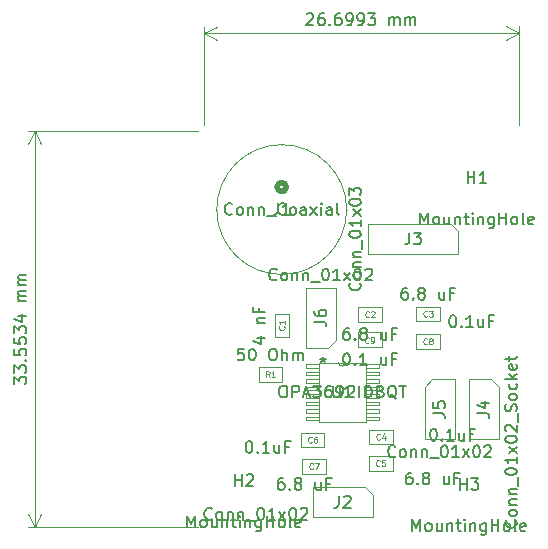
<source format=gbr>
%TF.GenerationSoftware,KiCad,Pcbnew,8.0.1*%
%TF.CreationDate,2024-04-15T14:56:09+02:00*%
%TF.ProjectId,Transmitter prototype,5472616e-736d-4697-9474-65722070726f,rev?*%
%TF.SameCoordinates,Original*%
%TF.FileFunction,AssemblyDrawing,Top*%
%FSLAX46Y46*%
G04 Gerber Fmt 4.6, Leading zero omitted, Abs format (unit mm)*
G04 Created by KiCad (PCBNEW 8.0.1) date 2024-04-15 14:56:09*
%MOMM*%
%LPD*%
G01*
G04 APERTURE LIST*
%ADD10C,0.150000*%
%ADD11C,0.100000*%
%ADD12C,0.080000*%
%ADD13C,0.025400*%
%ADD14C,0.508000*%
G04 APERTURE END LIST*
D10*
X140544819Y-91064765D02*
X140544819Y-90445718D01*
X140544819Y-90445718D02*
X140925771Y-90779051D01*
X140925771Y-90779051D02*
X140925771Y-90636194D01*
X140925771Y-90636194D02*
X140973390Y-90540956D01*
X140973390Y-90540956D02*
X141021009Y-90493337D01*
X141021009Y-90493337D02*
X141116247Y-90445718D01*
X141116247Y-90445718D02*
X141354342Y-90445718D01*
X141354342Y-90445718D02*
X141449580Y-90493337D01*
X141449580Y-90493337D02*
X141497200Y-90540956D01*
X141497200Y-90540956D02*
X141544819Y-90636194D01*
X141544819Y-90636194D02*
X141544819Y-90921908D01*
X141544819Y-90921908D02*
X141497200Y-91017146D01*
X141497200Y-91017146D02*
X141449580Y-91064765D01*
X140544819Y-90112384D02*
X140544819Y-89493337D01*
X140544819Y-89493337D02*
X140925771Y-89826670D01*
X140925771Y-89826670D02*
X140925771Y-89683813D01*
X140925771Y-89683813D02*
X140973390Y-89588575D01*
X140973390Y-89588575D02*
X141021009Y-89540956D01*
X141021009Y-89540956D02*
X141116247Y-89493337D01*
X141116247Y-89493337D02*
X141354342Y-89493337D01*
X141354342Y-89493337D02*
X141449580Y-89540956D01*
X141449580Y-89540956D02*
X141497200Y-89588575D01*
X141497200Y-89588575D02*
X141544819Y-89683813D01*
X141544819Y-89683813D02*
X141544819Y-89969527D01*
X141544819Y-89969527D02*
X141497200Y-90064765D01*
X141497200Y-90064765D02*
X141449580Y-90112384D01*
X141449580Y-89064765D02*
X141497200Y-89017146D01*
X141497200Y-89017146D02*
X141544819Y-89064765D01*
X141544819Y-89064765D02*
X141497200Y-89112384D01*
X141497200Y-89112384D02*
X141449580Y-89064765D01*
X141449580Y-89064765D02*
X141544819Y-89064765D01*
X140544819Y-88112385D02*
X140544819Y-88588575D01*
X140544819Y-88588575D02*
X141021009Y-88636194D01*
X141021009Y-88636194D02*
X140973390Y-88588575D01*
X140973390Y-88588575D02*
X140925771Y-88493337D01*
X140925771Y-88493337D02*
X140925771Y-88255242D01*
X140925771Y-88255242D02*
X140973390Y-88160004D01*
X140973390Y-88160004D02*
X141021009Y-88112385D01*
X141021009Y-88112385D02*
X141116247Y-88064766D01*
X141116247Y-88064766D02*
X141354342Y-88064766D01*
X141354342Y-88064766D02*
X141449580Y-88112385D01*
X141449580Y-88112385D02*
X141497200Y-88160004D01*
X141497200Y-88160004D02*
X141544819Y-88255242D01*
X141544819Y-88255242D02*
X141544819Y-88493337D01*
X141544819Y-88493337D02*
X141497200Y-88588575D01*
X141497200Y-88588575D02*
X141449580Y-88636194D01*
X140544819Y-87160004D02*
X140544819Y-87636194D01*
X140544819Y-87636194D02*
X141021009Y-87683813D01*
X141021009Y-87683813D02*
X140973390Y-87636194D01*
X140973390Y-87636194D02*
X140925771Y-87540956D01*
X140925771Y-87540956D02*
X140925771Y-87302861D01*
X140925771Y-87302861D02*
X140973390Y-87207623D01*
X140973390Y-87207623D02*
X141021009Y-87160004D01*
X141021009Y-87160004D02*
X141116247Y-87112385D01*
X141116247Y-87112385D02*
X141354342Y-87112385D01*
X141354342Y-87112385D02*
X141449580Y-87160004D01*
X141449580Y-87160004D02*
X141497200Y-87207623D01*
X141497200Y-87207623D02*
X141544819Y-87302861D01*
X141544819Y-87302861D02*
X141544819Y-87540956D01*
X141544819Y-87540956D02*
X141497200Y-87636194D01*
X141497200Y-87636194D02*
X141449580Y-87683813D01*
X140544819Y-86779051D02*
X140544819Y-86160004D01*
X140544819Y-86160004D02*
X140925771Y-86493337D01*
X140925771Y-86493337D02*
X140925771Y-86350480D01*
X140925771Y-86350480D02*
X140973390Y-86255242D01*
X140973390Y-86255242D02*
X141021009Y-86207623D01*
X141021009Y-86207623D02*
X141116247Y-86160004D01*
X141116247Y-86160004D02*
X141354342Y-86160004D01*
X141354342Y-86160004D02*
X141449580Y-86207623D01*
X141449580Y-86207623D02*
X141497200Y-86255242D01*
X141497200Y-86255242D02*
X141544819Y-86350480D01*
X141544819Y-86350480D02*
X141544819Y-86636194D01*
X141544819Y-86636194D02*
X141497200Y-86731432D01*
X141497200Y-86731432D02*
X141449580Y-86779051D01*
X140878152Y-85302861D02*
X141544819Y-85302861D01*
X140497200Y-85540956D02*
X141211485Y-85779051D01*
X141211485Y-85779051D02*
X141211485Y-85160004D01*
X141544819Y-84017146D02*
X140878152Y-84017146D01*
X140973390Y-84017146D02*
X140925771Y-83969527D01*
X140925771Y-83969527D02*
X140878152Y-83874289D01*
X140878152Y-83874289D02*
X140878152Y-83731432D01*
X140878152Y-83731432D02*
X140925771Y-83636194D01*
X140925771Y-83636194D02*
X141021009Y-83588575D01*
X141021009Y-83588575D02*
X141544819Y-83588575D01*
X141021009Y-83588575D02*
X140925771Y-83540956D01*
X140925771Y-83540956D02*
X140878152Y-83445718D01*
X140878152Y-83445718D02*
X140878152Y-83302861D01*
X140878152Y-83302861D02*
X140925771Y-83207622D01*
X140925771Y-83207622D02*
X141021009Y-83160003D01*
X141021009Y-83160003D02*
X141544819Y-83160003D01*
X141544819Y-82683813D02*
X140878152Y-82683813D01*
X140973390Y-82683813D02*
X140925771Y-82636194D01*
X140925771Y-82636194D02*
X140878152Y-82540956D01*
X140878152Y-82540956D02*
X140878152Y-82398099D01*
X140878152Y-82398099D02*
X140925771Y-82302861D01*
X140925771Y-82302861D02*
X141021009Y-82255242D01*
X141021009Y-82255242D02*
X141544819Y-82255242D01*
X141021009Y-82255242D02*
X140925771Y-82207623D01*
X140925771Y-82207623D02*
X140878152Y-82112385D01*
X140878152Y-82112385D02*
X140878152Y-81969528D01*
X140878152Y-81969528D02*
X140925771Y-81874289D01*
X140925771Y-81874289D02*
X141021009Y-81826670D01*
X141021009Y-81826670D02*
X141544819Y-81826670D01*
D11*
X156044100Y-103174800D02*
X141653580Y-103174800D01*
X156044100Y-69621400D02*
X141653580Y-69621400D01*
X142240000Y-103174800D02*
X142240000Y-69621400D01*
X142240000Y-103174800D02*
X142240000Y-69621400D01*
X142240000Y-103174800D02*
X141653579Y-102048296D01*
X142240000Y-103174800D02*
X142826421Y-102048296D01*
X142240000Y-69621400D02*
X142826421Y-70747904D01*
X142240000Y-69621400D02*
X141653579Y-70747904D01*
D10*
X165286830Y-59783556D02*
X165334403Y-59735892D01*
X165334403Y-59735892D02*
X165429596Y-59688182D01*
X165429596Y-59688182D02*
X165667691Y-59687956D01*
X165667691Y-59687956D02*
X165762975Y-59735484D01*
X165762975Y-59735484D02*
X165810639Y-59783058D01*
X165810639Y-59783058D02*
X165858349Y-59878251D01*
X165858349Y-59878251D02*
X165858439Y-59973489D01*
X165858439Y-59973489D02*
X165810956Y-60116391D01*
X165810956Y-60116391D02*
X165240071Y-60688363D01*
X165240071Y-60688363D02*
X165859119Y-60687774D01*
X166715310Y-59686959D02*
X166524834Y-59687140D01*
X166524834Y-59687140D02*
X166429641Y-59734850D01*
X166429641Y-59734850D02*
X166382067Y-59782514D01*
X166382067Y-59782514D02*
X166286965Y-59925462D01*
X166286965Y-59925462D02*
X166239527Y-60115983D01*
X166239527Y-60115983D02*
X166239890Y-60496935D01*
X166239890Y-60496935D02*
X166287599Y-60592128D01*
X166287599Y-60592128D02*
X166335264Y-60639702D01*
X166335264Y-60639702D02*
X166430547Y-60687230D01*
X166430547Y-60687230D02*
X166621023Y-60687049D01*
X166621023Y-60687049D02*
X166716216Y-60639340D01*
X166716216Y-60639340D02*
X166763790Y-60591675D01*
X166763790Y-60591675D02*
X166811318Y-60496392D01*
X166811318Y-60496392D02*
X166811092Y-60258297D01*
X166811092Y-60258297D02*
X166763382Y-60163104D01*
X166763382Y-60163104D02*
X166715718Y-60115530D01*
X166715718Y-60115530D02*
X166620434Y-60068002D01*
X166620434Y-60068002D02*
X166429958Y-60068183D01*
X166429958Y-60068183D02*
X166334765Y-60115893D01*
X166334765Y-60115893D02*
X166287192Y-60163557D01*
X166287192Y-60163557D02*
X166239663Y-60258840D01*
X167239980Y-60591222D02*
X167287644Y-60638796D01*
X167287644Y-60638796D02*
X167240071Y-60686460D01*
X167240071Y-60686460D02*
X167192406Y-60638887D01*
X167192406Y-60638887D02*
X167239980Y-60591222D01*
X167239980Y-60591222D02*
X167240071Y-60686460D01*
X168143880Y-59685600D02*
X167953404Y-59685781D01*
X167953404Y-59685781D02*
X167858211Y-59733491D01*
X167858211Y-59733491D02*
X167810638Y-59781155D01*
X167810638Y-59781155D02*
X167715536Y-59924103D01*
X167715536Y-59924103D02*
X167668098Y-60114624D01*
X167668098Y-60114624D02*
X167668460Y-60495576D01*
X167668460Y-60495576D02*
X167716170Y-60590769D01*
X167716170Y-60590769D02*
X167763834Y-60638343D01*
X167763834Y-60638343D02*
X167859117Y-60685871D01*
X167859117Y-60685871D02*
X168049594Y-60685690D01*
X168049594Y-60685690D02*
X168144786Y-60637980D01*
X168144786Y-60637980D02*
X168192360Y-60590316D01*
X168192360Y-60590316D02*
X168239888Y-60495033D01*
X168239888Y-60495033D02*
X168239662Y-60256938D01*
X168239662Y-60256938D02*
X168191952Y-60161745D01*
X168191952Y-60161745D02*
X168144288Y-60114171D01*
X168144288Y-60114171D02*
X168049005Y-60066643D01*
X168049005Y-60066643D02*
X167858529Y-60066824D01*
X167858529Y-60066824D02*
X167763336Y-60114534D01*
X167763336Y-60114534D02*
X167715762Y-60162198D01*
X167715762Y-60162198D02*
X167668234Y-60257481D01*
X168716260Y-60685056D02*
X168906736Y-60684875D01*
X168906736Y-60684875D02*
X169001929Y-60637165D01*
X169001929Y-60637165D02*
X169049503Y-60589501D01*
X169049503Y-60589501D02*
X169144605Y-60446553D01*
X169144605Y-60446553D02*
X169192043Y-60256032D01*
X169192043Y-60256032D02*
X169191680Y-59875079D01*
X169191680Y-59875079D02*
X169143971Y-59779887D01*
X169143971Y-59779887D02*
X169096306Y-59732313D01*
X169096306Y-59732313D02*
X169001023Y-59684785D01*
X169001023Y-59684785D02*
X168810547Y-59684966D01*
X168810547Y-59684966D02*
X168715354Y-59732675D01*
X168715354Y-59732675D02*
X168667780Y-59780340D01*
X168667780Y-59780340D02*
X168620252Y-59875623D01*
X168620252Y-59875623D02*
X168620478Y-60113718D01*
X168620478Y-60113718D02*
X168668188Y-60208911D01*
X168668188Y-60208911D02*
X168715852Y-60256485D01*
X168715852Y-60256485D02*
X168811136Y-60304013D01*
X168811136Y-60304013D02*
X169001612Y-60303832D01*
X169001612Y-60303832D02*
X169096805Y-60256122D01*
X169096805Y-60256122D02*
X169144378Y-60208458D01*
X169144378Y-60208458D02*
X169191907Y-60113175D01*
X169668641Y-60684150D02*
X169859117Y-60683969D01*
X169859117Y-60683969D02*
X169954309Y-60636259D01*
X169954309Y-60636259D02*
X170001883Y-60588595D01*
X170001883Y-60588595D02*
X170096985Y-60445647D01*
X170096985Y-60445647D02*
X170144423Y-60255126D01*
X170144423Y-60255126D02*
X170144061Y-59874173D01*
X170144061Y-59874173D02*
X170096351Y-59778981D01*
X170096351Y-59778981D02*
X170048687Y-59731407D01*
X170048687Y-59731407D02*
X169953403Y-59683878D01*
X169953403Y-59683878D02*
X169762927Y-59684060D01*
X169762927Y-59684060D02*
X169667735Y-59731769D01*
X169667735Y-59731769D02*
X169620161Y-59779434D01*
X169620161Y-59779434D02*
X169572632Y-59874717D01*
X169572632Y-59874717D02*
X169572859Y-60112812D01*
X169572859Y-60112812D02*
X169620569Y-60208005D01*
X169620569Y-60208005D02*
X169668233Y-60255579D01*
X169668233Y-60255579D02*
X169763516Y-60303107D01*
X169763516Y-60303107D02*
X169953992Y-60302926D01*
X169953992Y-60302926D02*
X170049185Y-60255216D01*
X170049185Y-60255216D02*
X170096759Y-60207552D01*
X170096759Y-60207552D02*
X170144287Y-60112269D01*
X170477213Y-59683380D02*
X171096260Y-59682791D01*
X171096260Y-59682791D02*
X170763289Y-60064061D01*
X170763289Y-60064061D02*
X170906146Y-60063925D01*
X170906146Y-60063925D02*
X171001430Y-60111453D01*
X171001430Y-60111453D02*
X171049094Y-60159027D01*
X171049094Y-60159027D02*
X171096804Y-60254220D01*
X171096804Y-60254220D02*
X171097030Y-60492315D01*
X171097030Y-60492315D02*
X171049502Y-60587598D01*
X171049502Y-60587598D02*
X171001928Y-60635262D01*
X171001928Y-60635262D02*
X170906735Y-60682972D01*
X170906735Y-60682972D02*
X170621021Y-60683244D01*
X170621021Y-60683244D02*
X170525738Y-60635715D01*
X170525738Y-60635715D02*
X170478073Y-60588142D01*
X172287687Y-60681658D02*
X172287053Y-60014992D01*
X172287144Y-60110230D02*
X172334717Y-60062566D01*
X172334717Y-60062566D02*
X172429910Y-60014856D01*
X172429910Y-60014856D02*
X172572767Y-60014720D01*
X172572767Y-60014720D02*
X172668051Y-60062249D01*
X172668051Y-60062249D02*
X172715760Y-60157441D01*
X172715760Y-60157441D02*
X172716259Y-60681251D01*
X172715760Y-60157441D02*
X172763289Y-60062158D01*
X172763289Y-60062158D02*
X172858481Y-60014448D01*
X172858481Y-60014448D02*
X173001339Y-60014312D01*
X173001339Y-60014312D02*
X173096622Y-60061841D01*
X173096622Y-60061841D02*
X173144331Y-60157034D01*
X173144331Y-60157034D02*
X173144830Y-60680843D01*
X173621020Y-60680390D02*
X173620386Y-60013723D01*
X173620476Y-60108961D02*
X173668050Y-60061297D01*
X173668050Y-60061297D02*
X173763243Y-60013588D01*
X173763243Y-60013588D02*
X173906100Y-60013452D01*
X173906100Y-60013452D02*
X174001383Y-60060980D01*
X174001383Y-60060980D02*
X174049093Y-60156173D01*
X174049093Y-60156173D02*
X174049591Y-60679982D01*
X174049093Y-60156173D02*
X174096621Y-60060889D01*
X174096621Y-60060889D02*
X174191814Y-60013180D01*
X174191814Y-60013180D02*
X174334671Y-60013044D01*
X174334671Y-60013044D02*
X174429954Y-60060572D01*
X174429954Y-60060572D02*
X174477664Y-60155765D01*
X174477664Y-60155765D02*
X174478162Y-60679574D01*
D11*
X156565124Y-69146800D02*
X156557189Y-60805384D01*
X183264424Y-69121400D02*
X183256489Y-60779984D01*
X156557747Y-61391804D02*
X183257047Y-61366404D01*
X156557747Y-61391804D02*
X183257047Y-61366404D01*
X156557747Y-61391804D02*
X157683692Y-60804312D01*
X156557747Y-61391804D02*
X157684808Y-61977153D01*
X183257047Y-61366404D02*
X182131102Y-61953896D01*
X183257047Y-61366404D02*
X182129986Y-60781055D01*
D10*
X174233485Y-103522819D02*
X174233485Y-102522819D01*
X174233485Y-102522819D02*
X174566818Y-103237104D01*
X174566818Y-103237104D02*
X174900151Y-102522819D01*
X174900151Y-102522819D02*
X174900151Y-103522819D01*
X175519199Y-103522819D02*
X175423961Y-103475200D01*
X175423961Y-103475200D02*
X175376342Y-103427580D01*
X175376342Y-103427580D02*
X175328723Y-103332342D01*
X175328723Y-103332342D02*
X175328723Y-103046628D01*
X175328723Y-103046628D02*
X175376342Y-102951390D01*
X175376342Y-102951390D02*
X175423961Y-102903771D01*
X175423961Y-102903771D02*
X175519199Y-102856152D01*
X175519199Y-102856152D02*
X175662056Y-102856152D01*
X175662056Y-102856152D02*
X175757294Y-102903771D01*
X175757294Y-102903771D02*
X175804913Y-102951390D01*
X175804913Y-102951390D02*
X175852532Y-103046628D01*
X175852532Y-103046628D02*
X175852532Y-103332342D01*
X175852532Y-103332342D02*
X175804913Y-103427580D01*
X175804913Y-103427580D02*
X175757294Y-103475200D01*
X175757294Y-103475200D02*
X175662056Y-103522819D01*
X175662056Y-103522819D02*
X175519199Y-103522819D01*
X176709675Y-102856152D02*
X176709675Y-103522819D01*
X176281104Y-102856152D02*
X176281104Y-103379961D01*
X176281104Y-103379961D02*
X176328723Y-103475200D01*
X176328723Y-103475200D02*
X176423961Y-103522819D01*
X176423961Y-103522819D02*
X176566818Y-103522819D01*
X176566818Y-103522819D02*
X176662056Y-103475200D01*
X176662056Y-103475200D02*
X176709675Y-103427580D01*
X177185866Y-102856152D02*
X177185866Y-103522819D01*
X177185866Y-102951390D02*
X177233485Y-102903771D01*
X177233485Y-102903771D02*
X177328723Y-102856152D01*
X177328723Y-102856152D02*
X177471580Y-102856152D01*
X177471580Y-102856152D02*
X177566818Y-102903771D01*
X177566818Y-102903771D02*
X177614437Y-102999009D01*
X177614437Y-102999009D02*
X177614437Y-103522819D01*
X177947771Y-102856152D02*
X178328723Y-102856152D01*
X178090628Y-102522819D02*
X178090628Y-103379961D01*
X178090628Y-103379961D02*
X178138247Y-103475200D01*
X178138247Y-103475200D02*
X178233485Y-103522819D01*
X178233485Y-103522819D02*
X178328723Y-103522819D01*
X178662057Y-103522819D02*
X178662057Y-102856152D01*
X178662057Y-102522819D02*
X178614438Y-102570438D01*
X178614438Y-102570438D02*
X178662057Y-102618057D01*
X178662057Y-102618057D02*
X178709676Y-102570438D01*
X178709676Y-102570438D02*
X178662057Y-102522819D01*
X178662057Y-102522819D02*
X178662057Y-102618057D01*
X179138247Y-102856152D02*
X179138247Y-103522819D01*
X179138247Y-102951390D02*
X179185866Y-102903771D01*
X179185866Y-102903771D02*
X179281104Y-102856152D01*
X179281104Y-102856152D02*
X179423961Y-102856152D01*
X179423961Y-102856152D02*
X179519199Y-102903771D01*
X179519199Y-102903771D02*
X179566818Y-102999009D01*
X179566818Y-102999009D02*
X179566818Y-103522819D01*
X180471580Y-102856152D02*
X180471580Y-103665676D01*
X180471580Y-103665676D02*
X180423961Y-103760914D01*
X180423961Y-103760914D02*
X180376342Y-103808533D01*
X180376342Y-103808533D02*
X180281104Y-103856152D01*
X180281104Y-103856152D02*
X180138247Y-103856152D01*
X180138247Y-103856152D02*
X180043009Y-103808533D01*
X180471580Y-103475200D02*
X180376342Y-103522819D01*
X180376342Y-103522819D02*
X180185866Y-103522819D01*
X180185866Y-103522819D02*
X180090628Y-103475200D01*
X180090628Y-103475200D02*
X180043009Y-103427580D01*
X180043009Y-103427580D02*
X179995390Y-103332342D01*
X179995390Y-103332342D02*
X179995390Y-103046628D01*
X179995390Y-103046628D02*
X180043009Y-102951390D01*
X180043009Y-102951390D02*
X180090628Y-102903771D01*
X180090628Y-102903771D02*
X180185866Y-102856152D01*
X180185866Y-102856152D02*
X180376342Y-102856152D01*
X180376342Y-102856152D02*
X180471580Y-102903771D01*
X180947771Y-103522819D02*
X180947771Y-102522819D01*
X180947771Y-102999009D02*
X181519199Y-102999009D01*
X181519199Y-103522819D02*
X181519199Y-102522819D01*
X182138247Y-103522819D02*
X182043009Y-103475200D01*
X182043009Y-103475200D02*
X181995390Y-103427580D01*
X181995390Y-103427580D02*
X181947771Y-103332342D01*
X181947771Y-103332342D02*
X181947771Y-103046628D01*
X181947771Y-103046628D02*
X181995390Y-102951390D01*
X181995390Y-102951390D02*
X182043009Y-102903771D01*
X182043009Y-102903771D02*
X182138247Y-102856152D01*
X182138247Y-102856152D02*
X182281104Y-102856152D01*
X182281104Y-102856152D02*
X182376342Y-102903771D01*
X182376342Y-102903771D02*
X182423961Y-102951390D01*
X182423961Y-102951390D02*
X182471580Y-103046628D01*
X182471580Y-103046628D02*
X182471580Y-103332342D01*
X182471580Y-103332342D02*
X182423961Y-103427580D01*
X182423961Y-103427580D02*
X182376342Y-103475200D01*
X182376342Y-103475200D02*
X182281104Y-103522819D01*
X182281104Y-103522819D02*
X182138247Y-103522819D01*
X183043009Y-103522819D02*
X182947771Y-103475200D01*
X182947771Y-103475200D02*
X182900152Y-103379961D01*
X182900152Y-103379961D02*
X182900152Y-102522819D01*
X183804914Y-103475200D02*
X183709676Y-103522819D01*
X183709676Y-103522819D02*
X183519200Y-103522819D01*
X183519200Y-103522819D02*
X183423962Y-103475200D01*
X183423962Y-103475200D02*
X183376343Y-103379961D01*
X183376343Y-103379961D02*
X183376343Y-102999009D01*
X183376343Y-102999009D02*
X183423962Y-102903771D01*
X183423962Y-102903771D02*
X183519200Y-102856152D01*
X183519200Y-102856152D02*
X183709676Y-102856152D01*
X183709676Y-102856152D02*
X183804914Y-102903771D01*
X183804914Y-102903771D02*
X183852533Y-102999009D01*
X183852533Y-102999009D02*
X183852533Y-103094247D01*
X183852533Y-103094247D02*
X183376343Y-103189485D01*
X178257295Y-100022819D02*
X178257295Y-99022819D01*
X178257295Y-99499009D02*
X178828723Y-99499009D01*
X178828723Y-100022819D02*
X178828723Y-99022819D01*
X179209676Y-99022819D02*
X179828723Y-99022819D01*
X179828723Y-99022819D02*
X179495390Y-99403771D01*
X179495390Y-99403771D02*
X179638247Y-99403771D01*
X179638247Y-99403771D02*
X179733485Y-99451390D01*
X179733485Y-99451390D02*
X179781104Y-99499009D01*
X179781104Y-99499009D02*
X179828723Y-99594247D01*
X179828723Y-99594247D02*
X179828723Y-99832342D01*
X179828723Y-99832342D02*
X179781104Y-99927580D01*
X179781104Y-99927580D02*
X179733485Y-99975200D01*
X179733485Y-99975200D02*
X179638247Y-100022819D01*
X179638247Y-100022819D02*
X179352533Y-100022819D01*
X179352533Y-100022819D02*
X179257295Y-99975200D01*
X179257295Y-99975200D02*
X179209676Y-99927580D01*
X174156185Y-98565619D02*
X173965709Y-98565619D01*
X173965709Y-98565619D02*
X173870471Y-98613238D01*
X173870471Y-98613238D02*
X173822852Y-98660857D01*
X173822852Y-98660857D02*
X173727614Y-98803714D01*
X173727614Y-98803714D02*
X173679995Y-98994190D01*
X173679995Y-98994190D02*
X173679995Y-99375142D01*
X173679995Y-99375142D02*
X173727614Y-99470380D01*
X173727614Y-99470380D02*
X173775233Y-99518000D01*
X173775233Y-99518000D02*
X173870471Y-99565619D01*
X173870471Y-99565619D02*
X174060947Y-99565619D01*
X174060947Y-99565619D02*
X174156185Y-99518000D01*
X174156185Y-99518000D02*
X174203804Y-99470380D01*
X174203804Y-99470380D02*
X174251423Y-99375142D01*
X174251423Y-99375142D02*
X174251423Y-99137047D01*
X174251423Y-99137047D02*
X174203804Y-99041809D01*
X174203804Y-99041809D02*
X174156185Y-98994190D01*
X174156185Y-98994190D02*
X174060947Y-98946571D01*
X174060947Y-98946571D02*
X173870471Y-98946571D01*
X173870471Y-98946571D02*
X173775233Y-98994190D01*
X173775233Y-98994190D02*
X173727614Y-99041809D01*
X173727614Y-99041809D02*
X173679995Y-99137047D01*
X174679995Y-99470380D02*
X174727614Y-99518000D01*
X174727614Y-99518000D02*
X174679995Y-99565619D01*
X174679995Y-99565619D02*
X174632376Y-99518000D01*
X174632376Y-99518000D02*
X174679995Y-99470380D01*
X174679995Y-99470380D02*
X174679995Y-99565619D01*
X175299042Y-98994190D02*
X175203804Y-98946571D01*
X175203804Y-98946571D02*
X175156185Y-98898952D01*
X175156185Y-98898952D02*
X175108566Y-98803714D01*
X175108566Y-98803714D02*
X175108566Y-98756095D01*
X175108566Y-98756095D02*
X175156185Y-98660857D01*
X175156185Y-98660857D02*
X175203804Y-98613238D01*
X175203804Y-98613238D02*
X175299042Y-98565619D01*
X175299042Y-98565619D02*
X175489518Y-98565619D01*
X175489518Y-98565619D02*
X175584756Y-98613238D01*
X175584756Y-98613238D02*
X175632375Y-98660857D01*
X175632375Y-98660857D02*
X175679994Y-98756095D01*
X175679994Y-98756095D02*
X175679994Y-98803714D01*
X175679994Y-98803714D02*
X175632375Y-98898952D01*
X175632375Y-98898952D02*
X175584756Y-98946571D01*
X175584756Y-98946571D02*
X175489518Y-98994190D01*
X175489518Y-98994190D02*
X175299042Y-98994190D01*
X175299042Y-98994190D02*
X175203804Y-99041809D01*
X175203804Y-99041809D02*
X175156185Y-99089428D01*
X175156185Y-99089428D02*
X175108566Y-99184666D01*
X175108566Y-99184666D02*
X175108566Y-99375142D01*
X175108566Y-99375142D02*
X175156185Y-99470380D01*
X175156185Y-99470380D02*
X175203804Y-99518000D01*
X175203804Y-99518000D02*
X175299042Y-99565619D01*
X175299042Y-99565619D02*
X175489518Y-99565619D01*
X175489518Y-99565619D02*
X175584756Y-99518000D01*
X175584756Y-99518000D02*
X175632375Y-99470380D01*
X175632375Y-99470380D02*
X175679994Y-99375142D01*
X175679994Y-99375142D02*
X175679994Y-99184666D01*
X175679994Y-99184666D02*
X175632375Y-99089428D01*
X175632375Y-99089428D02*
X175584756Y-99041809D01*
X175584756Y-99041809D02*
X175489518Y-98994190D01*
X177299042Y-98898952D02*
X177299042Y-99565619D01*
X176870471Y-98898952D02*
X176870471Y-99422761D01*
X176870471Y-99422761D02*
X176918090Y-99518000D01*
X176918090Y-99518000D02*
X177013328Y-99565619D01*
X177013328Y-99565619D02*
X177156185Y-99565619D01*
X177156185Y-99565619D02*
X177251423Y-99518000D01*
X177251423Y-99518000D02*
X177299042Y-99470380D01*
X178108566Y-99041809D02*
X177775233Y-99041809D01*
X177775233Y-99565619D02*
X177775233Y-98565619D01*
X177775233Y-98565619D02*
X178251423Y-98565619D01*
D12*
X171468266Y-97969530D02*
X171444457Y-97993340D01*
X171444457Y-97993340D02*
X171373028Y-98017149D01*
X171373028Y-98017149D02*
X171325409Y-98017149D01*
X171325409Y-98017149D02*
X171253981Y-97993340D01*
X171253981Y-97993340D02*
X171206362Y-97945720D01*
X171206362Y-97945720D02*
X171182552Y-97898101D01*
X171182552Y-97898101D02*
X171158743Y-97802863D01*
X171158743Y-97802863D02*
X171158743Y-97731435D01*
X171158743Y-97731435D02*
X171182552Y-97636197D01*
X171182552Y-97636197D02*
X171206362Y-97588578D01*
X171206362Y-97588578D02*
X171253981Y-97540959D01*
X171253981Y-97540959D02*
X171325409Y-97517149D01*
X171325409Y-97517149D02*
X171373028Y-97517149D01*
X171373028Y-97517149D02*
X171444457Y-97540959D01*
X171444457Y-97540959D02*
X171468266Y-97564768D01*
X171920647Y-97517149D02*
X171682552Y-97517149D01*
X171682552Y-97517149D02*
X171658743Y-97755244D01*
X171658743Y-97755244D02*
X171682552Y-97731435D01*
X171682552Y-97731435D02*
X171730171Y-97707625D01*
X171730171Y-97707625D02*
X171849219Y-97707625D01*
X171849219Y-97707625D02*
X171896838Y-97731435D01*
X171896838Y-97731435D02*
X171920647Y-97755244D01*
X171920647Y-97755244D02*
X171944457Y-97802863D01*
X171944457Y-97802863D02*
X171944457Y-97921911D01*
X171944457Y-97921911D02*
X171920647Y-97969530D01*
X171920647Y-97969530D02*
X171896838Y-97993340D01*
X171896838Y-97993340D02*
X171849219Y-98017149D01*
X171849219Y-98017149D02*
X171730171Y-98017149D01*
X171730171Y-98017149D02*
X171682552Y-97993340D01*
X171682552Y-97993340D02*
X171658743Y-97969530D01*
D10*
X160358343Y-95898619D02*
X160453581Y-95898619D01*
X160453581Y-95898619D02*
X160548819Y-95946238D01*
X160548819Y-95946238D02*
X160596438Y-95993857D01*
X160596438Y-95993857D02*
X160644057Y-96089095D01*
X160644057Y-96089095D02*
X160691676Y-96279571D01*
X160691676Y-96279571D02*
X160691676Y-96517666D01*
X160691676Y-96517666D02*
X160644057Y-96708142D01*
X160644057Y-96708142D02*
X160596438Y-96803380D01*
X160596438Y-96803380D02*
X160548819Y-96851000D01*
X160548819Y-96851000D02*
X160453581Y-96898619D01*
X160453581Y-96898619D02*
X160358343Y-96898619D01*
X160358343Y-96898619D02*
X160263105Y-96851000D01*
X160263105Y-96851000D02*
X160215486Y-96803380D01*
X160215486Y-96803380D02*
X160167867Y-96708142D01*
X160167867Y-96708142D02*
X160120248Y-96517666D01*
X160120248Y-96517666D02*
X160120248Y-96279571D01*
X160120248Y-96279571D02*
X160167867Y-96089095D01*
X160167867Y-96089095D02*
X160215486Y-95993857D01*
X160215486Y-95993857D02*
X160263105Y-95946238D01*
X160263105Y-95946238D02*
X160358343Y-95898619D01*
X161120248Y-96803380D02*
X161167867Y-96851000D01*
X161167867Y-96851000D02*
X161120248Y-96898619D01*
X161120248Y-96898619D02*
X161072629Y-96851000D01*
X161072629Y-96851000D02*
X161120248Y-96803380D01*
X161120248Y-96803380D02*
X161120248Y-96898619D01*
X162120247Y-96898619D02*
X161548819Y-96898619D01*
X161834533Y-96898619D02*
X161834533Y-95898619D01*
X161834533Y-95898619D02*
X161739295Y-96041476D01*
X161739295Y-96041476D02*
X161644057Y-96136714D01*
X161644057Y-96136714D02*
X161548819Y-96184333D01*
X162977390Y-96231952D02*
X162977390Y-96898619D01*
X162548819Y-96231952D02*
X162548819Y-96755761D01*
X162548819Y-96755761D02*
X162596438Y-96851000D01*
X162596438Y-96851000D02*
X162691676Y-96898619D01*
X162691676Y-96898619D02*
X162834533Y-96898619D01*
X162834533Y-96898619D02*
X162929771Y-96851000D01*
X162929771Y-96851000D02*
X162977390Y-96803380D01*
X163786914Y-96374809D02*
X163453581Y-96374809D01*
X163453581Y-96898619D02*
X163453581Y-95898619D01*
X163453581Y-95898619D02*
X163929771Y-95898619D01*
D12*
X165706366Y-95988330D02*
X165682557Y-96012140D01*
X165682557Y-96012140D02*
X165611128Y-96035949D01*
X165611128Y-96035949D02*
X165563509Y-96035949D01*
X165563509Y-96035949D02*
X165492081Y-96012140D01*
X165492081Y-96012140D02*
X165444462Y-95964520D01*
X165444462Y-95964520D02*
X165420652Y-95916901D01*
X165420652Y-95916901D02*
X165396843Y-95821663D01*
X165396843Y-95821663D02*
X165396843Y-95750235D01*
X165396843Y-95750235D02*
X165420652Y-95654997D01*
X165420652Y-95654997D02*
X165444462Y-95607378D01*
X165444462Y-95607378D02*
X165492081Y-95559759D01*
X165492081Y-95559759D02*
X165563509Y-95535949D01*
X165563509Y-95535949D02*
X165611128Y-95535949D01*
X165611128Y-95535949D02*
X165682557Y-95559759D01*
X165682557Y-95559759D02*
X165706366Y-95583568D01*
X166134938Y-95535949D02*
X166039700Y-95535949D01*
X166039700Y-95535949D02*
X165992081Y-95559759D01*
X165992081Y-95559759D02*
X165968271Y-95583568D01*
X165968271Y-95583568D02*
X165920652Y-95654997D01*
X165920652Y-95654997D02*
X165896843Y-95750235D01*
X165896843Y-95750235D02*
X165896843Y-95940711D01*
X165896843Y-95940711D02*
X165920652Y-95988330D01*
X165920652Y-95988330D02*
X165944462Y-96012140D01*
X165944462Y-96012140D02*
X165992081Y-96035949D01*
X165992081Y-96035949D02*
X166087319Y-96035949D01*
X166087319Y-96035949D02*
X166134938Y-96012140D01*
X166134938Y-96012140D02*
X166158747Y-95988330D01*
X166158747Y-95988330D02*
X166182557Y-95940711D01*
X166182557Y-95940711D02*
X166182557Y-95821663D01*
X166182557Y-95821663D02*
X166158747Y-95774044D01*
X166158747Y-95774044D02*
X166134938Y-95750235D01*
X166134938Y-95750235D02*
X166087319Y-95726425D01*
X166087319Y-95726425D02*
X165992081Y-95726425D01*
X165992081Y-95726425D02*
X165944462Y-95750235D01*
X165944462Y-95750235D02*
X165920652Y-95774044D01*
X165920652Y-95774044D02*
X165896843Y-95821663D01*
D10*
X161078152Y-87177428D02*
X161744819Y-87177428D01*
X160697200Y-87415523D02*
X161411485Y-87653618D01*
X161411485Y-87653618D02*
X161411485Y-87034571D01*
X161078152Y-85891713D02*
X161744819Y-85891713D01*
X161173390Y-85891713D02*
X161125771Y-85844094D01*
X161125771Y-85844094D02*
X161078152Y-85748856D01*
X161078152Y-85748856D02*
X161078152Y-85605999D01*
X161078152Y-85605999D02*
X161125771Y-85510761D01*
X161125771Y-85510761D02*
X161221009Y-85463142D01*
X161221009Y-85463142D02*
X161744819Y-85463142D01*
X161221009Y-84653618D02*
X161221009Y-84986951D01*
X161744819Y-84986951D02*
X160744819Y-84986951D01*
X160744819Y-84986951D02*
X160744819Y-84510761D01*
D12*
X163374530Y-86189333D02*
X163398340Y-86213142D01*
X163398340Y-86213142D02*
X163422149Y-86284571D01*
X163422149Y-86284571D02*
X163422149Y-86332190D01*
X163422149Y-86332190D02*
X163398340Y-86403618D01*
X163398340Y-86403618D02*
X163350720Y-86451237D01*
X163350720Y-86451237D02*
X163303101Y-86475047D01*
X163303101Y-86475047D02*
X163207863Y-86498856D01*
X163207863Y-86498856D02*
X163136435Y-86498856D01*
X163136435Y-86498856D02*
X163041197Y-86475047D01*
X163041197Y-86475047D02*
X162993578Y-86451237D01*
X162993578Y-86451237D02*
X162945959Y-86403618D01*
X162945959Y-86403618D02*
X162922149Y-86332190D01*
X162922149Y-86332190D02*
X162922149Y-86284571D01*
X162922149Y-86284571D02*
X162945959Y-86213142D01*
X162945959Y-86213142D02*
X162969768Y-86189333D01*
X163422149Y-85713142D02*
X163422149Y-85998856D01*
X163422149Y-85855999D02*
X162922149Y-85855999D01*
X162922149Y-85855999D02*
X162993578Y-85903618D01*
X162993578Y-85903618D02*
X163041197Y-85951237D01*
X163041197Y-85951237D02*
X163065006Y-85998856D01*
D10*
X169784380Y-82528895D02*
X169832000Y-82576514D01*
X169832000Y-82576514D02*
X169879619Y-82719371D01*
X169879619Y-82719371D02*
X169879619Y-82814609D01*
X169879619Y-82814609D02*
X169832000Y-82957466D01*
X169832000Y-82957466D02*
X169736761Y-83052704D01*
X169736761Y-83052704D02*
X169641523Y-83100323D01*
X169641523Y-83100323D02*
X169451047Y-83147942D01*
X169451047Y-83147942D02*
X169308190Y-83147942D01*
X169308190Y-83147942D02*
X169117714Y-83100323D01*
X169117714Y-83100323D02*
X169022476Y-83052704D01*
X169022476Y-83052704D02*
X168927238Y-82957466D01*
X168927238Y-82957466D02*
X168879619Y-82814609D01*
X168879619Y-82814609D02*
X168879619Y-82719371D01*
X168879619Y-82719371D02*
X168927238Y-82576514D01*
X168927238Y-82576514D02*
X168974857Y-82528895D01*
X169879619Y-81957466D02*
X169832000Y-82052704D01*
X169832000Y-82052704D02*
X169784380Y-82100323D01*
X169784380Y-82100323D02*
X169689142Y-82147942D01*
X169689142Y-82147942D02*
X169403428Y-82147942D01*
X169403428Y-82147942D02*
X169308190Y-82100323D01*
X169308190Y-82100323D02*
X169260571Y-82052704D01*
X169260571Y-82052704D02*
X169212952Y-81957466D01*
X169212952Y-81957466D02*
X169212952Y-81814609D01*
X169212952Y-81814609D02*
X169260571Y-81719371D01*
X169260571Y-81719371D02*
X169308190Y-81671752D01*
X169308190Y-81671752D02*
X169403428Y-81624133D01*
X169403428Y-81624133D02*
X169689142Y-81624133D01*
X169689142Y-81624133D02*
X169784380Y-81671752D01*
X169784380Y-81671752D02*
X169832000Y-81719371D01*
X169832000Y-81719371D02*
X169879619Y-81814609D01*
X169879619Y-81814609D02*
X169879619Y-81957466D01*
X169212952Y-81195561D02*
X169879619Y-81195561D01*
X169308190Y-81195561D02*
X169260571Y-81147942D01*
X169260571Y-81147942D02*
X169212952Y-81052704D01*
X169212952Y-81052704D02*
X169212952Y-80909847D01*
X169212952Y-80909847D02*
X169260571Y-80814609D01*
X169260571Y-80814609D02*
X169355809Y-80766990D01*
X169355809Y-80766990D02*
X169879619Y-80766990D01*
X169212952Y-80290799D02*
X169879619Y-80290799D01*
X169308190Y-80290799D02*
X169260571Y-80243180D01*
X169260571Y-80243180D02*
X169212952Y-80147942D01*
X169212952Y-80147942D02*
X169212952Y-80005085D01*
X169212952Y-80005085D02*
X169260571Y-79909847D01*
X169260571Y-79909847D02*
X169355809Y-79862228D01*
X169355809Y-79862228D02*
X169879619Y-79862228D01*
X169974857Y-79624133D02*
X169974857Y-78862228D01*
X168879619Y-78433656D02*
X168879619Y-78338418D01*
X168879619Y-78338418D02*
X168927238Y-78243180D01*
X168927238Y-78243180D02*
X168974857Y-78195561D01*
X168974857Y-78195561D02*
X169070095Y-78147942D01*
X169070095Y-78147942D02*
X169260571Y-78100323D01*
X169260571Y-78100323D02*
X169498666Y-78100323D01*
X169498666Y-78100323D02*
X169689142Y-78147942D01*
X169689142Y-78147942D02*
X169784380Y-78195561D01*
X169784380Y-78195561D02*
X169832000Y-78243180D01*
X169832000Y-78243180D02*
X169879619Y-78338418D01*
X169879619Y-78338418D02*
X169879619Y-78433656D01*
X169879619Y-78433656D02*
X169832000Y-78528894D01*
X169832000Y-78528894D02*
X169784380Y-78576513D01*
X169784380Y-78576513D02*
X169689142Y-78624132D01*
X169689142Y-78624132D02*
X169498666Y-78671751D01*
X169498666Y-78671751D02*
X169260571Y-78671751D01*
X169260571Y-78671751D02*
X169070095Y-78624132D01*
X169070095Y-78624132D02*
X168974857Y-78576513D01*
X168974857Y-78576513D02*
X168927238Y-78528894D01*
X168927238Y-78528894D02*
X168879619Y-78433656D01*
X169879619Y-77147942D02*
X169879619Y-77719370D01*
X169879619Y-77433656D02*
X168879619Y-77433656D01*
X168879619Y-77433656D02*
X169022476Y-77528894D01*
X169022476Y-77528894D02*
X169117714Y-77624132D01*
X169117714Y-77624132D02*
X169165333Y-77719370D01*
X169879619Y-76814608D02*
X169212952Y-76290799D01*
X169212952Y-76814608D02*
X169879619Y-76290799D01*
X168879619Y-75719370D02*
X168879619Y-75624132D01*
X168879619Y-75624132D02*
X168927238Y-75528894D01*
X168927238Y-75528894D02*
X168974857Y-75481275D01*
X168974857Y-75481275D02*
X169070095Y-75433656D01*
X169070095Y-75433656D02*
X169260571Y-75386037D01*
X169260571Y-75386037D02*
X169498666Y-75386037D01*
X169498666Y-75386037D02*
X169689142Y-75433656D01*
X169689142Y-75433656D02*
X169784380Y-75481275D01*
X169784380Y-75481275D02*
X169832000Y-75528894D01*
X169832000Y-75528894D02*
X169879619Y-75624132D01*
X169879619Y-75624132D02*
X169879619Y-75719370D01*
X169879619Y-75719370D02*
X169832000Y-75814608D01*
X169832000Y-75814608D02*
X169784380Y-75862227D01*
X169784380Y-75862227D02*
X169689142Y-75909846D01*
X169689142Y-75909846D02*
X169498666Y-75957465D01*
X169498666Y-75957465D02*
X169260571Y-75957465D01*
X169260571Y-75957465D02*
X169070095Y-75909846D01*
X169070095Y-75909846D02*
X168974857Y-75862227D01*
X168974857Y-75862227D02*
X168927238Y-75814608D01*
X168927238Y-75814608D02*
X168879619Y-75719370D01*
X168879619Y-75052703D02*
X168879619Y-74433656D01*
X168879619Y-74433656D02*
X169260571Y-74766989D01*
X169260571Y-74766989D02*
X169260571Y-74624132D01*
X169260571Y-74624132D02*
X169308190Y-74528894D01*
X169308190Y-74528894D02*
X169355809Y-74481275D01*
X169355809Y-74481275D02*
X169451047Y-74433656D01*
X169451047Y-74433656D02*
X169689142Y-74433656D01*
X169689142Y-74433656D02*
X169784380Y-74481275D01*
X169784380Y-74481275D02*
X169832000Y-74528894D01*
X169832000Y-74528894D02*
X169879619Y-74624132D01*
X169879619Y-74624132D02*
X169879619Y-74909846D01*
X169879619Y-74909846D02*
X169832000Y-75005084D01*
X169832000Y-75005084D02*
X169784380Y-75052703D01*
X173961466Y-78245619D02*
X173961466Y-78959904D01*
X173961466Y-78959904D02*
X173913847Y-79102761D01*
X173913847Y-79102761D02*
X173818609Y-79198000D01*
X173818609Y-79198000D02*
X173675752Y-79245619D01*
X173675752Y-79245619D02*
X173580514Y-79245619D01*
X174342419Y-78245619D02*
X174961466Y-78245619D01*
X174961466Y-78245619D02*
X174628133Y-78626571D01*
X174628133Y-78626571D02*
X174770990Y-78626571D01*
X174770990Y-78626571D02*
X174866228Y-78674190D01*
X174866228Y-78674190D02*
X174913847Y-78721809D01*
X174913847Y-78721809D02*
X174961466Y-78817047D01*
X174961466Y-78817047D02*
X174961466Y-79055142D01*
X174961466Y-79055142D02*
X174913847Y-79150380D01*
X174913847Y-79150380D02*
X174866228Y-79198000D01*
X174866228Y-79198000D02*
X174770990Y-79245619D01*
X174770990Y-79245619D02*
X174485276Y-79245619D01*
X174485276Y-79245619D02*
X174390038Y-79198000D01*
X174390038Y-79198000D02*
X174342419Y-79150380D01*
X172791904Y-97177580D02*
X172744285Y-97225200D01*
X172744285Y-97225200D02*
X172601428Y-97272819D01*
X172601428Y-97272819D02*
X172506190Y-97272819D01*
X172506190Y-97272819D02*
X172363333Y-97225200D01*
X172363333Y-97225200D02*
X172268095Y-97129961D01*
X172268095Y-97129961D02*
X172220476Y-97034723D01*
X172220476Y-97034723D02*
X172172857Y-96844247D01*
X172172857Y-96844247D02*
X172172857Y-96701390D01*
X172172857Y-96701390D02*
X172220476Y-96510914D01*
X172220476Y-96510914D02*
X172268095Y-96415676D01*
X172268095Y-96415676D02*
X172363333Y-96320438D01*
X172363333Y-96320438D02*
X172506190Y-96272819D01*
X172506190Y-96272819D02*
X172601428Y-96272819D01*
X172601428Y-96272819D02*
X172744285Y-96320438D01*
X172744285Y-96320438D02*
X172791904Y-96368057D01*
X173363333Y-97272819D02*
X173268095Y-97225200D01*
X173268095Y-97225200D02*
X173220476Y-97177580D01*
X173220476Y-97177580D02*
X173172857Y-97082342D01*
X173172857Y-97082342D02*
X173172857Y-96796628D01*
X173172857Y-96796628D02*
X173220476Y-96701390D01*
X173220476Y-96701390D02*
X173268095Y-96653771D01*
X173268095Y-96653771D02*
X173363333Y-96606152D01*
X173363333Y-96606152D02*
X173506190Y-96606152D01*
X173506190Y-96606152D02*
X173601428Y-96653771D01*
X173601428Y-96653771D02*
X173649047Y-96701390D01*
X173649047Y-96701390D02*
X173696666Y-96796628D01*
X173696666Y-96796628D02*
X173696666Y-97082342D01*
X173696666Y-97082342D02*
X173649047Y-97177580D01*
X173649047Y-97177580D02*
X173601428Y-97225200D01*
X173601428Y-97225200D02*
X173506190Y-97272819D01*
X173506190Y-97272819D02*
X173363333Y-97272819D01*
X174125238Y-96606152D02*
X174125238Y-97272819D01*
X174125238Y-96701390D02*
X174172857Y-96653771D01*
X174172857Y-96653771D02*
X174268095Y-96606152D01*
X174268095Y-96606152D02*
X174410952Y-96606152D01*
X174410952Y-96606152D02*
X174506190Y-96653771D01*
X174506190Y-96653771D02*
X174553809Y-96749009D01*
X174553809Y-96749009D02*
X174553809Y-97272819D01*
X175030000Y-96606152D02*
X175030000Y-97272819D01*
X175030000Y-96701390D02*
X175077619Y-96653771D01*
X175077619Y-96653771D02*
X175172857Y-96606152D01*
X175172857Y-96606152D02*
X175315714Y-96606152D01*
X175315714Y-96606152D02*
X175410952Y-96653771D01*
X175410952Y-96653771D02*
X175458571Y-96749009D01*
X175458571Y-96749009D02*
X175458571Y-97272819D01*
X175696667Y-97368057D02*
X176458571Y-97368057D01*
X176887143Y-96272819D02*
X176982381Y-96272819D01*
X176982381Y-96272819D02*
X177077619Y-96320438D01*
X177077619Y-96320438D02*
X177125238Y-96368057D01*
X177125238Y-96368057D02*
X177172857Y-96463295D01*
X177172857Y-96463295D02*
X177220476Y-96653771D01*
X177220476Y-96653771D02*
X177220476Y-96891866D01*
X177220476Y-96891866D02*
X177172857Y-97082342D01*
X177172857Y-97082342D02*
X177125238Y-97177580D01*
X177125238Y-97177580D02*
X177077619Y-97225200D01*
X177077619Y-97225200D02*
X176982381Y-97272819D01*
X176982381Y-97272819D02*
X176887143Y-97272819D01*
X176887143Y-97272819D02*
X176791905Y-97225200D01*
X176791905Y-97225200D02*
X176744286Y-97177580D01*
X176744286Y-97177580D02*
X176696667Y-97082342D01*
X176696667Y-97082342D02*
X176649048Y-96891866D01*
X176649048Y-96891866D02*
X176649048Y-96653771D01*
X176649048Y-96653771D02*
X176696667Y-96463295D01*
X176696667Y-96463295D02*
X176744286Y-96368057D01*
X176744286Y-96368057D02*
X176791905Y-96320438D01*
X176791905Y-96320438D02*
X176887143Y-96272819D01*
X178172857Y-97272819D02*
X177601429Y-97272819D01*
X177887143Y-97272819D02*
X177887143Y-96272819D01*
X177887143Y-96272819D02*
X177791905Y-96415676D01*
X177791905Y-96415676D02*
X177696667Y-96510914D01*
X177696667Y-96510914D02*
X177601429Y-96558533D01*
X178506191Y-97272819D02*
X179030000Y-96606152D01*
X178506191Y-96606152D02*
X179030000Y-97272819D01*
X179601429Y-96272819D02*
X179696667Y-96272819D01*
X179696667Y-96272819D02*
X179791905Y-96320438D01*
X179791905Y-96320438D02*
X179839524Y-96368057D01*
X179839524Y-96368057D02*
X179887143Y-96463295D01*
X179887143Y-96463295D02*
X179934762Y-96653771D01*
X179934762Y-96653771D02*
X179934762Y-96891866D01*
X179934762Y-96891866D02*
X179887143Y-97082342D01*
X179887143Y-97082342D02*
X179839524Y-97177580D01*
X179839524Y-97177580D02*
X179791905Y-97225200D01*
X179791905Y-97225200D02*
X179696667Y-97272819D01*
X179696667Y-97272819D02*
X179601429Y-97272819D01*
X179601429Y-97272819D02*
X179506191Y-97225200D01*
X179506191Y-97225200D02*
X179458572Y-97177580D01*
X179458572Y-97177580D02*
X179410953Y-97082342D01*
X179410953Y-97082342D02*
X179363334Y-96891866D01*
X179363334Y-96891866D02*
X179363334Y-96653771D01*
X179363334Y-96653771D02*
X179410953Y-96463295D01*
X179410953Y-96463295D02*
X179458572Y-96368057D01*
X179458572Y-96368057D02*
X179506191Y-96320438D01*
X179506191Y-96320438D02*
X179601429Y-96272819D01*
X180315715Y-96368057D02*
X180363334Y-96320438D01*
X180363334Y-96320438D02*
X180458572Y-96272819D01*
X180458572Y-96272819D02*
X180696667Y-96272819D01*
X180696667Y-96272819D02*
X180791905Y-96320438D01*
X180791905Y-96320438D02*
X180839524Y-96368057D01*
X180839524Y-96368057D02*
X180887143Y-96463295D01*
X180887143Y-96463295D02*
X180887143Y-96558533D01*
X180887143Y-96558533D02*
X180839524Y-96701390D01*
X180839524Y-96701390D02*
X180268096Y-97272819D01*
X180268096Y-97272819D02*
X180887143Y-97272819D01*
X175984819Y-93551333D02*
X176699104Y-93551333D01*
X176699104Y-93551333D02*
X176841961Y-93598952D01*
X176841961Y-93598952D02*
X176937200Y-93694190D01*
X176937200Y-93694190D02*
X176984819Y-93837047D01*
X176984819Y-93837047D02*
X176984819Y-93932285D01*
X175984819Y-92598952D02*
X175984819Y-93075142D01*
X175984819Y-93075142D02*
X176461009Y-93122761D01*
X176461009Y-93122761D02*
X176413390Y-93075142D01*
X176413390Y-93075142D02*
X176365771Y-92979904D01*
X176365771Y-92979904D02*
X176365771Y-92741809D01*
X176365771Y-92741809D02*
X176413390Y-92646571D01*
X176413390Y-92646571D02*
X176461009Y-92598952D01*
X176461009Y-92598952D02*
X176556247Y-92551333D01*
X176556247Y-92551333D02*
X176794342Y-92551333D01*
X176794342Y-92551333D02*
X176889580Y-92598952D01*
X176889580Y-92598952D02*
X176937200Y-92646571D01*
X176937200Y-92646571D02*
X176984819Y-92741809D01*
X176984819Y-92741809D02*
X176984819Y-92979904D01*
X176984819Y-92979904D02*
X176937200Y-93075142D01*
X176937200Y-93075142D02*
X176889580Y-93122761D01*
X157247104Y-102467580D02*
X157199485Y-102515200D01*
X157199485Y-102515200D02*
X157056628Y-102562819D01*
X157056628Y-102562819D02*
X156961390Y-102562819D01*
X156961390Y-102562819D02*
X156818533Y-102515200D01*
X156818533Y-102515200D02*
X156723295Y-102419961D01*
X156723295Y-102419961D02*
X156675676Y-102324723D01*
X156675676Y-102324723D02*
X156628057Y-102134247D01*
X156628057Y-102134247D02*
X156628057Y-101991390D01*
X156628057Y-101991390D02*
X156675676Y-101800914D01*
X156675676Y-101800914D02*
X156723295Y-101705676D01*
X156723295Y-101705676D02*
X156818533Y-101610438D01*
X156818533Y-101610438D02*
X156961390Y-101562819D01*
X156961390Y-101562819D02*
X157056628Y-101562819D01*
X157056628Y-101562819D02*
X157199485Y-101610438D01*
X157199485Y-101610438D02*
X157247104Y-101658057D01*
X157818533Y-102562819D02*
X157723295Y-102515200D01*
X157723295Y-102515200D02*
X157675676Y-102467580D01*
X157675676Y-102467580D02*
X157628057Y-102372342D01*
X157628057Y-102372342D02*
X157628057Y-102086628D01*
X157628057Y-102086628D02*
X157675676Y-101991390D01*
X157675676Y-101991390D02*
X157723295Y-101943771D01*
X157723295Y-101943771D02*
X157818533Y-101896152D01*
X157818533Y-101896152D02*
X157961390Y-101896152D01*
X157961390Y-101896152D02*
X158056628Y-101943771D01*
X158056628Y-101943771D02*
X158104247Y-101991390D01*
X158104247Y-101991390D02*
X158151866Y-102086628D01*
X158151866Y-102086628D02*
X158151866Y-102372342D01*
X158151866Y-102372342D02*
X158104247Y-102467580D01*
X158104247Y-102467580D02*
X158056628Y-102515200D01*
X158056628Y-102515200D02*
X157961390Y-102562819D01*
X157961390Y-102562819D02*
X157818533Y-102562819D01*
X158580438Y-101896152D02*
X158580438Y-102562819D01*
X158580438Y-101991390D02*
X158628057Y-101943771D01*
X158628057Y-101943771D02*
X158723295Y-101896152D01*
X158723295Y-101896152D02*
X158866152Y-101896152D01*
X158866152Y-101896152D02*
X158961390Y-101943771D01*
X158961390Y-101943771D02*
X159009009Y-102039009D01*
X159009009Y-102039009D02*
X159009009Y-102562819D01*
X159485200Y-101896152D02*
X159485200Y-102562819D01*
X159485200Y-101991390D02*
X159532819Y-101943771D01*
X159532819Y-101943771D02*
X159628057Y-101896152D01*
X159628057Y-101896152D02*
X159770914Y-101896152D01*
X159770914Y-101896152D02*
X159866152Y-101943771D01*
X159866152Y-101943771D02*
X159913771Y-102039009D01*
X159913771Y-102039009D02*
X159913771Y-102562819D01*
X160151867Y-102658057D02*
X160913771Y-102658057D01*
X161342343Y-101562819D02*
X161437581Y-101562819D01*
X161437581Y-101562819D02*
X161532819Y-101610438D01*
X161532819Y-101610438D02*
X161580438Y-101658057D01*
X161580438Y-101658057D02*
X161628057Y-101753295D01*
X161628057Y-101753295D02*
X161675676Y-101943771D01*
X161675676Y-101943771D02*
X161675676Y-102181866D01*
X161675676Y-102181866D02*
X161628057Y-102372342D01*
X161628057Y-102372342D02*
X161580438Y-102467580D01*
X161580438Y-102467580D02*
X161532819Y-102515200D01*
X161532819Y-102515200D02*
X161437581Y-102562819D01*
X161437581Y-102562819D02*
X161342343Y-102562819D01*
X161342343Y-102562819D02*
X161247105Y-102515200D01*
X161247105Y-102515200D02*
X161199486Y-102467580D01*
X161199486Y-102467580D02*
X161151867Y-102372342D01*
X161151867Y-102372342D02*
X161104248Y-102181866D01*
X161104248Y-102181866D02*
X161104248Y-101943771D01*
X161104248Y-101943771D02*
X161151867Y-101753295D01*
X161151867Y-101753295D02*
X161199486Y-101658057D01*
X161199486Y-101658057D02*
X161247105Y-101610438D01*
X161247105Y-101610438D02*
X161342343Y-101562819D01*
X162628057Y-102562819D02*
X162056629Y-102562819D01*
X162342343Y-102562819D02*
X162342343Y-101562819D01*
X162342343Y-101562819D02*
X162247105Y-101705676D01*
X162247105Y-101705676D02*
X162151867Y-101800914D01*
X162151867Y-101800914D02*
X162056629Y-101848533D01*
X162961391Y-102562819D02*
X163485200Y-101896152D01*
X162961391Y-101896152D02*
X163485200Y-102562819D01*
X164056629Y-101562819D02*
X164151867Y-101562819D01*
X164151867Y-101562819D02*
X164247105Y-101610438D01*
X164247105Y-101610438D02*
X164294724Y-101658057D01*
X164294724Y-101658057D02*
X164342343Y-101753295D01*
X164342343Y-101753295D02*
X164389962Y-101943771D01*
X164389962Y-101943771D02*
X164389962Y-102181866D01*
X164389962Y-102181866D02*
X164342343Y-102372342D01*
X164342343Y-102372342D02*
X164294724Y-102467580D01*
X164294724Y-102467580D02*
X164247105Y-102515200D01*
X164247105Y-102515200D02*
X164151867Y-102562819D01*
X164151867Y-102562819D02*
X164056629Y-102562819D01*
X164056629Y-102562819D02*
X163961391Y-102515200D01*
X163961391Y-102515200D02*
X163913772Y-102467580D01*
X163913772Y-102467580D02*
X163866153Y-102372342D01*
X163866153Y-102372342D02*
X163818534Y-102181866D01*
X163818534Y-102181866D02*
X163818534Y-101943771D01*
X163818534Y-101943771D02*
X163866153Y-101753295D01*
X163866153Y-101753295D02*
X163913772Y-101658057D01*
X163913772Y-101658057D02*
X163961391Y-101610438D01*
X163961391Y-101610438D02*
X164056629Y-101562819D01*
X164770915Y-101658057D02*
X164818534Y-101610438D01*
X164818534Y-101610438D02*
X164913772Y-101562819D01*
X164913772Y-101562819D02*
X165151867Y-101562819D01*
X165151867Y-101562819D02*
X165247105Y-101610438D01*
X165247105Y-101610438D02*
X165294724Y-101658057D01*
X165294724Y-101658057D02*
X165342343Y-101753295D01*
X165342343Y-101753295D02*
X165342343Y-101848533D01*
X165342343Y-101848533D02*
X165294724Y-101991390D01*
X165294724Y-101991390D02*
X164723296Y-102562819D01*
X164723296Y-102562819D02*
X165342343Y-102562819D01*
X168017866Y-100546819D02*
X168017866Y-101261104D01*
X168017866Y-101261104D02*
X167970247Y-101403961D01*
X167970247Y-101403961D02*
X167875009Y-101499200D01*
X167875009Y-101499200D02*
X167732152Y-101546819D01*
X167732152Y-101546819D02*
X167636914Y-101546819D01*
X168446438Y-100642057D02*
X168494057Y-100594438D01*
X168494057Y-100594438D02*
X168589295Y-100546819D01*
X168589295Y-100546819D02*
X168827390Y-100546819D01*
X168827390Y-100546819D02*
X168922628Y-100594438D01*
X168922628Y-100594438D02*
X168970247Y-100642057D01*
X168970247Y-100642057D02*
X169017866Y-100737295D01*
X169017866Y-100737295D02*
X169017866Y-100832533D01*
X169017866Y-100832533D02*
X168970247Y-100975390D01*
X168970247Y-100975390D02*
X168398819Y-101546819D01*
X168398819Y-101546819D02*
X169017866Y-101546819D01*
X163314285Y-99022819D02*
X163123809Y-99022819D01*
X163123809Y-99022819D02*
X163028571Y-99070438D01*
X163028571Y-99070438D02*
X162980952Y-99118057D01*
X162980952Y-99118057D02*
X162885714Y-99260914D01*
X162885714Y-99260914D02*
X162838095Y-99451390D01*
X162838095Y-99451390D02*
X162838095Y-99832342D01*
X162838095Y-99832342D02*
X162885714Y-99927580D01*
X162885714Y-99927580D02*
X162933333Y-99975200D01*
X162933333Y-99975200D02*
X163028571Y-100022819D01*
X163028571Y-100022819D02*
X163219047Y-100022819D01*
X163219047Y-100022819D02*
X163314285Y-99975200D01*
X163314285Y-99975200D02*
X163361904Y-99927580D01*
X163361904Y-99927580D02*
X163409523Y-99832342D01*
X163409523Y-99832342D02*
X163409523Y-99594247D01*
X163409523Y-99594247D02*
X163361904Y-99499009D01*
X163361904Y-99499009D02*
X163314285Y-99451390D01*
X163314285Y-99451390D02*
X163219047Y-99403771D01*
X163219047Y-99403771D02*
X163028571Y-99403771D01*
X163028571Y-99403771D02*
X162933333Y-99451390D01*
X162933333Y-99451390D02*
X162885714Y-99499009D01*
X162885714Y-99499009D02*
X162838095Y-99594247D01*
X163838095Y-99927580D02*
X163885714Y-99975200D01*
X163885714Y-99975200D02*
X163838095Y-100022819D01*
X163838095Y-100022819D02*
X163790476Y-99975200D01*
X163790476Y-99975200D02*
X163838095Y-99927580D01*
X163838095Y-99927580D02*
X163838095Y-100022819D01*
X164457142Y-99451390D02*
X164361904Y-99403771D01*
X164361904Y-99403771D02*
X164314285Y-99356152D01*
X164314285Y-99356152D02*
X164266666Y-99260914D01*
X164266666Y-99260914D02*
X164266666Y-99213295D01*
X164266666Y-99213295D02*
X164314285Y-99118057D01*
X164314285Y-99118057D02*
X164361904Y-99070438D01*
X164361904Y-99070438D02*
X164457142Y-99022819D01*
X164457142Y-99022819D02*
X164647618Y-99022819D01*
X164647618Y-99022819D02*
X164742856Y-99070438D01*
X164742856Y-99070438D02*
X164790475Y-99118057D01*
X164790475Y-99118057D02*
X164838094Y-99213295D01*
X164838094Y-99213295D02*
X164838094Y-99260914D01*
X164838094Y-99260914D02*
X164790475Y-99356152D01*
X164790475Y-99356152D02*
X164742856Y-99403771D01*
X164742856Y-99403771D02*
X164647618Y-99451390D01*
X164647618Y-99451390D02*
X164457142Y-99451390D01*
X164457142Y-99451390D02*
X164361904Y-99499009D01*
X164361904Y-99499009D02*
X164314285Y-99546628D01*
X164314285Y-99546628D02*
X164266666Y-99641866D01*
X164266666Y-99641866D02*
X164266666Y-99832342D01*
X164266666Y-99832342D02*
X164314285Y-99927580D01*
X164314285Y-99927580D02*
X164361904Y-99975200D01*
X164361904Y-99975200D02*
X164457142Y-100022819D01*
X164457142Y-100022819D02*
X164647618Y-100022819D01*
X164647618Y-100022819D02*
X164742856Y-99975200D01*
X164742856Y-99975200D02*
X164790475Y-99927580D01*
X164790475Y-99927580D02*
X164838094Y-99832342D01*
X164838094Y-99832342D02*
X164838094Y-99641866D01*
X164838094Y-99641866D02*
X164790475Y-99546628D01*
X164790475Y-99546628D02*
X164742856Y-99499009D01*
X164742856Y-99499009D02*
X164647618Y-99451390D01*
X166457142Y-99356152D02*
X166457142Y-100022819D01*
X166028571Y-99356152D02*
X166028571Y-99879961D01*
X166028571Y-99879961D02*
X166076190Y-99975200D01*
X166076190Y-99975200D02*
X166171428Y-100022819D01*
X166171428Y-100022819D02*
X166314285Y-100022819D01*
X166314285Y-100022819D02*
X166409523Y-99975200D01*
X166409523Y-99975200D02*
X166457142Y-99927580D01*
X167266666Y-99499009D02*
X166933333Y-99499009D01*
X166933333Y-100022819D02*
X166933333Y-99022819D01*
X166933333Y-99022819D02*
X167409523Y-99022819D01*
D12*
X165807966Y-98223530D02*
X165784157Y-98247340D01*
X165784157Y-98247340D02*
X165712728Y-98271149D01*
X165712728Y-98271149D02*
X165665109Y-98271149D01*
X165665109Y-98271149D02*
X165593681Y-98247340D01*
X165593681Y-98247340D02*
X165546062Y-98199720D01*
X165546062Y-98199720D02*
X165522252Y-98152101D01*
X165522252Y-98152101D02*
X165498443Y-98056863D01*
X165498443Y-98056863D02*
X165498443Y-97985435D01*
X165498443Y-97985435D02*
X165522252Y-97890197D01*
X165522252Y-97890197D02*
X165546062Y-97842578D01*
X165546062Y-97842578D02*
X165593681Y-97794959D01*
X165593681Y-97794959D02*
X165665109Y-97771149D01*
X165665109Y-97771149D02*
X165712728Y-97771149D01*
X165712728Y-97771149D02*
X165784157Y-97794959D01*
X165784157Y-97794959D02*
X165807966Y-97818768D01*
X165974633Y-97771149D02*
X166307966Y-97771149D01*
X166307966Y-97771149D02*
X166093681Y-98271149D01*
D10*
X163216271Y-91212319D02*
X163406747Y-91212319D01*
X163406747Y-91212319D02*
X163501985Y-91259938D01*
X163501985Y-91259938D02*
X163597223Y-91355176D01*
X163597223Y-91355176D02*
X163644842Y-91545652D01*
X163644842Y-91545652D02*
X163644842Y-91878985D01*
X163644842Y-91878985D02*
X163597223Y-92069461D01*
X163597223Y-92069461D02*
X163501985Y-92164700D01*
X163501985Y-92164700D02*
X163406747Y-92212319D01*
X163406747Y-92212319D02*
X163216271Y-92212319D01*
X163216271Y-92212319D02*
X163121033Y-92164700D01*
X163121033Y-92164700D02*
X163025795Y-92069461D01*
X163025795Y-92069461D02*
X162978176Y-91878985D01*
X162978176Y-91878985D02*
X162978176Y-91545652D01*
X162978176Y-91545652D02*
X163025795Y-91355176D01*
X163025795Y-91355176D02*
X163121033Y-91259938D01*
X163121033Y-91259938D02*
X163216271Y-91212319D01*
X164073414Y-92212319D02*
X164073414Y-91212319D01*
X164073414Y-91212319D02*
X164454366Y-91212319D01*
X164454366Y-91212319D02*
X164549604Y-91259938D01*
X164549604Y-91259938D02*
X164597223Y-91307557D01*
X164597223Y-91307557D02*
X164644842Y-91402795D01*
X164644842Y-91402795D02*
X164644842Y-91545652D01*
X164644842Y-91545652D02*
X164597223Y-91640890D01*
X164597223Y-91640890D02*
X164549604Y-91688509D01*
X164549604Y-91688509D02*
X164454366Y-91736128D01*
X164454366Y-91736128D02*
X164073414Y-91736128D01*
X165025795Y-91926604D02*
X165501985Y-91926604D01*
X164930557Y-92212319D02*
X165263890Y-91212319D01*
X165263890Y-91212319D02*
X165597223Y-92212319D01*
X165835319Y-91212319D02*
X166454366Y-91212319D01*
X166454366Y-91212319D02*
X166121033Y-91593271D01*
X166121033Y-91593271D02*
X166263890Y-91593271D01*
X166263890Y-91593271D02*
X166359128Y-91640890D01*
X166359128Y-91640890D02*
X166406747Y-91688509D01*
X166406747Y-91688509D02*
X166454366Y-91783747D01*
X166454366Y-91783747D02*
X166454366Y-92021842D01*
X166454366Y-92021842D02*
X166406747Y-92117080D01*
X166406747Y-92117080D02*
X166359128Y-92164700D01*
X166359128Y-92164700D02*
X166263890Y-92212319D01*
X166263890Y-92212319D02*
X165978176Y-92212319D01*
X165978176Y-92212319D02*
X165882938Y-92164700D01*
X165882938Y-92164700D02*
X165835319Y-92117080D01*
X167311509Y-91212319D02*
X167121033Y-91212319D01*
X167121033Y-91212319D02*
X167025795Y-91259938D01*
X167025795Y-91259938D02*
X166978176Y-91307557D01*
X166978176Y-91307557D02*
X166882938Y-91450414D01*
X166882938Y-91450414D02*
X166835319Y-91640890D01*
X166835319Y-91640890D02*
X166835319Y-92021842D01*
X166835319Y-92021842D02*
X166882938Y-92117080D01*
X166882938Y-92117080D02*
X166930557Y-92164700D01*
X166930557Y-92164700D02*
X167025795Y-92212319D01*
X167025795Y-92212319D02*
X167216271Y-92212319D01*
X167216271Y-92212319D02*
X167311509Y-92164700D01*
X167311509Y-92164700D02*
X167359128Y-92117080D01*
X167359128Y-92117080D02*
X167406747Y-92021842D01*
X167406747Y-92021842D02*
X167406747Y-91783747D01*
X167406747Y-91783747D02*
X167359128Y-91688509D01*
X167359128Y-91688509D02*
X167311509Y-91640890D01*
X167311509Y-91640890D02*
X167216271Y-91593271D01*
X167216271Y-91593271D02*
X167025795Y-91593271D01*
X167025795Y-91593271D02*
X166930557Y-91640890D01*
X166930557Y-91640890D02*
X166882938Y-91688509D01*
X166882938Y-91688509D02*
X166835319Y-91783747D01*
X167882938Y-92212319D02*
X168073414Y-92212319D01*
X168073414Y-92212319D02*
X168168652Y-92164700D01*
X168168652Y-92164700D02*
X168216271Y-92117080D01*
X168216271Y-92117080D02*
X168311509Y-91974223D01*
X168311509Y-91974223D02*
X168359128Y-91783747D01*
X168359128Y-91783747D02*
X168359128Y-91402795D01*
X168359128Y-91402795D02*
X168311509Y-91307557D01*
X168311509Y-91307557D02*
X168263890Y-91259938D01*
X168263890Y-91259938D02*
X168168652Y-91212319D01*
X168168652Y-91212319D02*
X167978176Y-91212319D01*
X167978176Y-91212319D02*
X167882938Y-91259938D01*
X167882938Y-91259938D02*
X167835319Y-91307557D01*
X167835319Y-91307557D02*
X167787700Y-91402795D01*
X167787700Y-91402795D02*
X167787700Y-91640890D01*
X167787700Y-91640890D02*
X167835319Y-91736128D01*
X167835319Y-91736128D02*
X167882938Y-91783747D01*
X167882938Y-91783747D02*
X167978176Y-91831366D01*
X167978176Y-91831366D02*
X168168652Y-91831366D01*
X168168652Y-91831366D02*
X168263890Y-91783747D01*
X168263890Y-91783747D02*
X168311509Y-91736128D01*
X168311509Y-91736128D02*
X168359128Y-91640890D01*
X168740081Y-91307557D02*
X168787700Y-91259938D01*
X168787700Y-91259938D02*
X168882938Y-91212319D01*
X168882938Y-91212319D02*
X169121033Y-91212319D01*
X169121033Y-91212319D02*
X169216271Y-91259938D01*
X169216271Y-91259938D02*
X169263890Y-91307557D01*
X169263890Y-91307557D02*
X169311509Y-91402795D01*
X169311509Y-91402795D02*
X169311509Y-91498033D01*
X169311509Y-91498033D02*
X169263890Y-91640890D01*
X169263890Y-91640890D02*
X168692462Y-92212319D01*
X168692462Y-92212319D02*
X169311509Y-92212319D01*
X169740081Y-92212319D02*
X169740081Y-91212319D01*
X170216271Y-92212319D02*
X170216271Y-91212319D01*
X170216271Y-91212319D02*
X170454366Y-91212319D01*
X170454366Y-91212319D02*
X170597223Y-91259938D01*
X170597223Y-91259938D02*
X170692461Y-91355176D01*
X170692461Y-91355176D02*
X170740080Y-91450414D01*
X170740080Y-91450414D02*
X170787699Y-91640890D01*
X170787699Y-91640890D02*
X170787699Y-91783747D01*
X170787699Y-91783747D02*
X170740080Y-91974223D01*
X170740080Y-91974223D02*
X170692461Y-92069461D01*
X170692461Y-92069461D02*
X170597223Y-92164700D01*
X170597223Y-92164700D02*
X170454366Y-92212319D01*
X170454366Y-92212319D02*
X170216271Y-92212319D01*
X171549604Y-91688509D02*
X171692461Y-91736128D01*
X171692461Y-91736128D02*
X171740080Y-91783747D01*
X171740080Y-91783747D02*
X171787699Y-91878985D01*
X171787699Y-91878985D02*
X171787699Y-92021842D01*
X171787699Y-92021842D02*
X171740080Y-92117080D01*
X171740080Y-92117080D02*
X171692461Y-92164700D01*
X171692461Y-92164700D02*
X171597223Y-92212319D01*
X171597223Y-92212319D02*
X171216271Y-92212319D01*
X171216271Y-92212319D02*
X171216271Y-91212319D01*
X171216271Y-91212319D02*
X171549604Y-91212319D01*
X171549604Y-91212319D02*
X171644842Y-91259938D01*
X171644842Y-91259938D02*
X171692461Y-91307557D01*
X171692461Y-91307557D02*
X171740080Y-91402795D01*
X171740080Y-91402795D02*
X171740080Y-91498033D01*
X171740080Y-91498033D02*
X171692461Y-91593271D01*
X171692461Y-91593271D02*
X171644842Y-91640890D01*
X171644842Y-91640890D02*
X171549604Y-91688509D01*
X171549604Y-91688509D02*
X171216271Y-91688509D01*
X172882937Y-92307557D02*
X172787699Y-92259938D01*
X172787699Y-92259938D02*
X172692461Y-92164700D01*
X172692461Y-92164700D02*
X172549604Y-92021842D01*
X172549604Y-92021842D02*
X172454366Y-91974223D01*
X172454366Y-91974223D02*
X172359128Y-91974223D01*
X172406747Y-92212319D02*
X172311509Y-92164700D01*
X172311509Y-92164700D02*
X172216271Y-92069461D01*
X172216271Y-92069461D02*
X172168652Y-91878985D01*
X172168652Y-91878985D02*
X172168652Y-91545652D01*
X172168652Y-91545652D02*
X172216271Y-91355176D01*
X172216271Y-91355176D02*
X172311509Y-91259938D01*
X172311509Y-91259938D02*
X172406747Y-91212319D01*
X172406747Y-91212319D02*
X172597223Y-91212319D01*
X172597223Y-91212319D02*
X172692461Y-91259938D01*
X172692461Y-91259938D02*
X172787699Y-91355176D01*
X172787699Y-91355176D02*
X172835318Y-91545652D01*
X172835318Y-91545652D02*
X172835318Y-91878985D01*
X172835318Y-91878985D02*
X172787699Y-92069461D01*
X172787699Y-92069461D02*
X172692461Y-92164700D01*
X172692461Y-92164700D02*
X172597223Y-92212319D01*
X172597223Y-92212319D02*
X172406747Y-92212319D01*
X173121033Y-91212319D02*
X173692461Y-91212319D01*
X173406747Y-92212319D02*
X173406747Y-91212319D01*
X167525795Y-91212319D02*
X167525795Y-92021842D01*
X167525795Y-92021842D02*
X167573414Y-92117080D01*
X167573414Y-92117080D02*
X167621033Y-92164700D01*
X167621033Y-92164700D02*
X167716271Y-92212319D01*
X167716271Y-92212319D02*
X167906747Y-92212319D01*
X167906747Y-92212319D02*
X168001985Y-92164700D01*
X168001985Y-92164700D02*
X168049604Y-92117080D01*
X168049604Y-92117080D02*
X168097223Y-92021842D01*
X168097223Y-92021842D02*
X168097223Y-91212319D01*
X169097223Y-92212319D02*
X168525795Y-92212319D01*
X168811509Y-92212319D02*
X168811509Y-91212319D01*
X168811509Y-91212319D02*
X168716271Y-91355176D01*
X168716271Y-91355176D02*
X168621033Y-91450414D01*
X168621033Y-91450414D02*
X168525795Y-91498033D01*
X166674800Y-88786619D02*
X166674800Y-89024714D01*
X166436705Y-88929476D02*
X166674800Y-89024714D01*
X166674800Y-89024714D02*
X166912895Y-88929476D01*
X166531943Y-89215190D02*
X166674800Y-89024714D01*
X166674800Y-89024714D02*
X166817657Y-89215190D01*
X166674800Y-88786619D02*
X166674800Y-89024714D01*
X166436705Y-88929476D02*
X166674800Y-89024714D01*
X166674800Y-89024714D02*
X166912895Y-88929476D01*
X166531943Y-89215190D02*
X166674800Y-89024714D01*
X166674800Y-89024714D02*
X166817657Y-89215190D01*
X158979123Y-76661180D02*
X158931504Y-76708800D01*
X158931504Y-76708800D02*
X158788647Y-76756419D01*
X158788647Y-76756419D02*
X158693409Y-76756419D01*
X158693409Y-76756419D02*
X158550552Y-76708800D01*
X158550552Y-76708800D02*
X158455314Y-76613561D01*
X158455314Y-76613561D02*
X158407695Y-76518323D01*
X158407695Y-76518323D02*
X158360076Y-76327847D01*
X158360076Y-76327847D02*
X158360076Y-76184990D01*
X158360076Y-76184990D02*
X158407695Y-75994514D01*
X158407695Y-75994514D02*
X158455314Y-75899276D01*
X158455314Y-75899276D02*
X158550552Y-75804038D01*
X158550552Y-75804038D02*
X158693409Y-75756419D01*
X158693409Y-75756419D02*
X158788647Y-75756419D01*
X158788647Y-75756419D02*
X158931504Y-75804038D01*
X158931504Y-75804038D02*
X158979123Y-75851657D01*
X159550552Y-76756419D02*
X159455314Y-76708800D01*
X159455314Y-76708800D02*
X159407695Y-76661180D01*
X159407695Y-76661180D02*
X159360076Y-76565942D01*
X159360076Y-76565942D02*
X159360076Y-76280228D01*
X159360076Y-76280228D02*
X159407695Y-76184990D01*
X159407695Y-76184990D02*
X159455314Y-76137371D01*
X159455314Y-76137371D02*
X159550552Y-76089752D01*
X159550552Y-76089752D02*
X159693409Y-76089752D01*
X159693409Y-76089752D02*
X159788647Y-76137371D01*
X159788647Y-76137371D02*
X159836266Y-76184990D01*
X159836266Y-76184990D02*
X159883885Y-76280228D01*
X159883885Y-76280228D02*
X159883885Y-76565942D01*
X159883885Y-76565942D02*
X159836266Y-76661180D01*
X159836266Y-76661180D02*
X159788647Y-76708800D01*
X159788647Y-76708800D02*
X159693409Y-76756419D01*
X159693409Y-76756419D02*
X159550552Y-76756419D01*
X160312457Y-76089752D02*
X160312457Y-76756419D01*
X160312457Y-76184990D02*
X160360076Y-76137371D01*
X160360076Y-76137371D02*
X160455314Y-76089752D01*
X160455314Y-76089752D02*
X160598171Y-76089752D01*
X160598171Y-76089752D02*
X160693409Y-76137371D01*
X160693409Y-76137371D02*
X160741028Y-76232609D01*
X160741028Y-76232609D02*
X160741028Y-76756419D01*
X161217219Y-76089752D02*
X161217219Y-76756419D01*
X161217219Y-76184990D02*
X161264838Y-76137371D01*
X161264838Y-76137371D02*
X161360076Y-76089752D01*
X161360076Y-76089752D02*
X161502933Y-76089752D01*
X161502933Y-76089752D02*
X161598171Y-76137371D01*
X161598171Y-76137371D02*
X161645790Y-76232609D01*
X161645790Y-76232609D02*
X161645790Y-76756419D01*
X161883886Y-76851657D02*
X162645790Y-76851657D01*
X163455314Y-76661180D02*
X163407695Y-76708800D01*
X163407695Y-76708800D02*
X163264838Y-76756419D01*
X163264838Y-76756419D02*
X163169600Y-76756419D01*
X163169600Y-76756419D02*
X163026743Y-76708800D01*
X163026743Y-76708800D02*
X162931505Y-76613561D01*
X162931505Y-76613561D02*
X162883886Y-76518323D01*
X162883886Y-76518323D02*
X162836267Y-76327847D01*
X162836267Y-76327847D02*
X162836267Y-76184990D01*
X162836267Y-76184990D02*
X162883886Y-75994514D01*
X162883886Y-75994514D02*
X162931505Y-75899276D01*
X162931505Y-75899276D02*
X163026743Y-75804038D01*
X163026743Y-75804038D02*
X163169600Y-75756419D01*
X163169600Y-75756419D02*
X163264838Y-75756419D01*
X163264838Y-75756419D02*
X163407695Y-75804038D01*
X163407695Y-75804038D02*
X163455314Y-75851657D01*
X164026743Y-76756419D02*
X163931505Y-76708800D01*
X163931505Y-76708800D02*
X163883886Y-76661180D01*
X163883886Y-76661180D02*
X163836267Y-76565942D01*
X163836267Y-76565942D02*
X163836267Y-76280228D01*
X163836267Y-76280228D02*
X163883886Y-76184990D01*
X163883886Y-76184990D02*
X163931505Y-76137371D01*
X163931505Y-76137371D02*
X164026743Y-76089752D01*
X164026743Y-76089752D02*
X164169600Y-76089752D01*
X164169600Y-76089752D02*
X164264838Y-76137371D01*
X164264838Y-76137371D02*
X164312457Y-76184990D01*
X164312457Y-76184990D02*
X164360076Y-76280228D01*
X164360076Y-76280228D02*
X164360076Y-76565942D01*
X164360076Y-76565942D02*
X164312457Y-76661180D01*
X164312457Y-76661180D02*
X164264838Y-76708800D01*
X164264838Y-76708800D02*
X164169600Y-76756419D01*
X164169600Y-76756419D02*
X164026743Y-76756419D01*
X165217219Y-76756419D02*
X165217219Y-76232609D01*
X165217219Y-76232609D02*
X165169600Y-76137371D01*
X165169600Y-76137371D02*
X165074362Y-76089752D01*
X165074362Y-76089752D02*
X164883886Y-76089752D01*
X164883886Y-76089752D02*
X164788648Y-76137371D01*
X165217219Y-76708800D02*
X165121981Y-76756419D01*
X165121981Y-76756419D02*
X164883886Y-76756419D01*
X164883886Y-76756419D02*
X164788648Y-76708800D01*
X164788648Y-76708800D02*
X164741029Y-76613561D01*
X164741029Y-76613561D02*
X164741029Y-76518323D01*
X164741029Y-76518323D02*
X164788648Y-76423085D01*
X164788648Y-76423085D02*
X164883886Y-76375466D01*
X164883886Y-76375466D02*
X165121981Y-76375466D01*
X165121981Y-76375466D02*
X165217219Y-76327847D01*
X165598172Y-76756419D02*
X166121981Y-76089752D01*
X165598172Y-76089752D02*
X166121981Y-76756419D01*
X166502934Y-76756419D02*
X166502934Y-76089752D01*
X166502934Y-75756419D02*
X166455315Y-75804038D01*
X166455315Y-75804038D02*
X166502934Y-75851657D01*
X166502934Y-75851657D02*
X166550553Y-75804038D01*
X166550553Y-75804038D02*
X166502934Y-75756419D01*
X166502934Y-75756419D02*
X166502934Y-75851657D01*
X167407695Y-76756419D02*
X167407695Y-76232609D01*
X167407695Y-76232609D02*
X167360076Y-76137371D01*
X167360076Y-76137371D02*
X167264838Y-76089752D01*
X167264838Y-76089752D02*
X167074362Y-76089752D01*
X167074362Y-76089752D02*
X166979124Y-76137371D01*
X167407695Y-76708800D02*
X167312457Y-76756419D01*
X167312457Y-76756419D02*
X167074362Y-76756419D01*
X167074362Y-76756419D02*
X166979124Y-76708800D01*
X166979124Y-76708800D02*
X166931505Y-76613561D01*
X166931505Y-76613561D02*
X166931505Y-76518323D01*
X166931505Y-76518323D02*
X166979124Y-76423085D01*
X166979124Y-76423085D02*
X167074362Y-76375466D01*
X167074362Y-76375466D02*
X167312457Y-76375466D01*
X167312457Y-76375466D02*
X167407695Y-76327847D01*
X168026743Y-76756419D02*
X167931505Y-76708800D01*
X167931505Y-76708800D02*
X167883886Y-76613561D01*
X167883886Y-76613561D02*
X167883886Y-75756419D01*
X162836266Y-75756419D02*
X162836266Y-76470704D01*
X162836266Y-76470704D02*
X162788647Y-76613561D01*
X162788647Y-76613561D02*
X162693409Y-76708800D01*
X162693409Y-76708800D02*
X162550552Y-76756419D01*
X162550552Y-76756419D02*
X162455314Y-76756419D01*
X163836266Y-76756419D02*
X163264838Y-76756419D01*
X163550552Y-76756419D02*
X163550552Y-75756419D01*
X163550552Y-75756419D02*
X163455314Y-75899276D01*
X163455314Y-75899276D02*
X163360076Y-75994514D01*
X163360076Y-75994514D02*
X163264838Y-76042133D01*
X175975443Y-94857219D02*
X176070681Y-94857219D01*
X176070681Y-94857219D02*
X176165919Y-94904838D01*
X176165919Y-94904838D02*
X176213538Y-94952457D01*
X176213538Y-94952457D02*
X176261157Y-95047695D01*
X176261157Y-95047695D02*
X176308776Y-95238171D01*
X176308776Y-95238171D02*
X176308776Y-95476266D01*
X176308776Y-95476266D02*
X176261157Y-95666742D01*
X176261157Y-95666742D02*
X176213538Y-95761980D01*
X176213538Y-95761980D02*
X176165919Y-95809600D01*
X176165919Y-95809600D02*
X176070681Y-95857219D01*
X176070681Y-95857219D02*
X175975443Y-95857219D01*
X175975443Y-95857219D02*
X175880205Y-95809600D01*
X175880205Y-95809600D02*
X175832586Y-95761980D01*
X175832586Y-95761980D02*
X175784967Y-95666742D01*
X175784967Y-95666742D02*
X175737348Y-95476266D01*
X175737348Y-95476266D02*
X175737348Y-95238171D01*
X175737348Y-95238171D02*
X175784967Y-95047695D01*
X175784967Y-95047695D02*
X175832586Y-94952457D01*
X175832586Y-94952457D02*
X175880205Y-94904838D01*
X175880205Y-94904838D02*
X175975443Y-94857219D01*
X176737348Y-95761980D02*
X176784967Y-95809600D01*
X176784967Y-95809600D02*
X176737348Y-95857219D01*
X176737348Y-95857219D02*
X176689729Y-95809600D01*
X176689729Y-95809600D02*
X176737348Y-95761980D01*
X176737348Y-95761980D02*
X176737348Y-95857219D01*
X177737347Y-95857219D02*
X177165919Y-95857219D01*
X177451633Y-95857219D02*
X177451633Y-94857219D01*
X177451633Y-94857219D02*
X177356395Y-95000076D01*
X177356395Y-95000076D02*
X177261157Y-95095314D01*
X177261157Y-95095314D02*
X177165919Y-95142933D01*
X178594490Y-95190552D02*
X178594490Y-95857219D01*
X178165919Y-95190552D02*
X178165919Y-95714361D01*
X178165919Y-95714361D02*
X178213538Y-95809600D01*
X178213538Y-95809600D02*
X178308776Y-95857219D01*
X178308776Y-95857219D02*
X178451633Y-95857219D01*
X178451633Y-95857219D02*
X178546871Y-95809600D01*
X178546871Y-95809600D02*
X178594490Y-95761980D01*
X179404014Y-95333409D02*
X179070681Y-95333409D01*
X179070681Y-95857219D02*
X179070681Y-94857219D01*
X179070681Y-94857219D02*
X179546871Y-94857219D01*
D12*
X171489766Y-95734330D02*
X171465957Y-95758140D01*
X171465957Y-95758140D02*
X171394528Y-95781949D01*
X171394528Y-95781949D02*
X171346909Y-95781949D01*
X171346909Y-95781949D02*
X171275481Y-95758140D01*
X171275481Y-95758140D02*
X171227862Y-95710520D01*
X171227862Y-95710520D02*
X171204052Y-95662901D01*
X171204052Y-95662901D02*
X171180243Y-95567663D01*
X171180243Y-95567663D02*
X171180243Y-95496235D01*
X171180243Y-95496235D02*
X171204052Y-95400997D01*
X171204052Y-95400997D02*
X171227862Y-95353378D01*
X171227862Y-95353378D02*
X171275481Y-95305759D01*
X171275481Y-95305759D02*
X171346909Y-95281949D01*
X171346909Y-95281949D02*
X171394528Y-95281949D01*
X171394528Y-95281949D02*
X171465957Y-95305759D01*
X171465957Y-95305759D02*
X171489766Y-95329568D01*
X171918338Y-95448616D02*
X171918338Y-95781949D01*
X171799290Y-95258140D02*
X171680243Y-95615282D01*
X171680243Y-95615282D02*
X171989766Y-95615282D01*
D10*
X168613390Y-88460019D02*
X168708628Y-88460019D01*
X168708628Y-88460019D02*
X168803866Y-88507638D01*
X168803866Y-88507638D02*
X168851485Y-88555257D01*
X168851485Y-88555257D02*
X168899104Y-88650495D01*
X168899104Y-88650495D02*
X168946723Y-88840971D01*
X168946723Y-88840971D02*
X168946723Y-89079066D01*
X168946723Y-89079066D02*
X168899104Y-89269542D01*
X168899104Y-89269542D02*
X168851485Y-89364780D01*
X168851485Y-89364780D02*
X168803866Y-89412400D01*
X168803866Y-89412400D02*
X168708628Y-89460019D01*
X168708628Y-89460019D02*
X168613390Y-89460019D01*
X168613390Y-89460019D02*
X168518152Y-89412400D01*
X168518152Y-89412400D02*
X168470533Y-89364780D01*
X168470533Y-89364780D02*
X168422914Y-89269542D01*
X168422914Y-89269542D02*
X168375295Y-89079066D01*
X168375295Y-89079066D02*
X168375295Y-88840971D01*
X168375295Y-88840971D02*
X168422914Y-88650495D01*
X168422914Y-88650495D02*
X168470533Y-88555257D01*
X168470533Y-88555257D02*
X168518152Y-88507638D01*
X168518152Y-88507638D02*
X168613390Y-88460019D01*
X169375295Y-89364780D02*
X169422914Y-89412400D01*
X169422914Y-89412400D02*
X169375295Y-89460019D01*
X169375295Y-89460019D02*
X169327676Y-89412400D01*
X169327676Y-89412400D02*
X169375295Y-89364780D01*
X169375295Y-89364780D02*
X169375295Y-89460019D01*
X170375294Y-89460019D02*
X169803866Y-89460019D01*
X170089580Y-89460019D02*
X170089580Y-88460019D01*
X170089580Y-88460019D02*
X169994342Y-88602876D01*
X169994342Y-88602876D02*
X169899104Y-88698114D01*
X169899104Y-88698114D02*
X169803866Y-88745733D01*
X171994342Y-88793352D02*
X171994342Y-89460019D01*
X171565771Y-88793352D02*
X171565771Y-89317161D01*
X171565771Y-89317161D02*
X171613390Y-89412400D01*
X171613390Y-89412400D02*
X171708628Y-89460019D01*
X171708628Y-89460019D02*
X171851485Y-89460019D01*
X171851485Y-89460019D02*
X171946723Y-89412400D01*
X171946723Y-89412400D02*
X171994342Y-89364780D01*
X172803866Y-88936209D02*
X172470533Y-88936209D01*
X172470533Y-89460019D02*
X172470533Y-88460019D01*
X172470533Y-88460019D02*
X172946723Y-88460019D01*
D12*
X170524566Y-87555530D02*
X170500757Y-87579340D01*
X170500757Y-87579340D02*
X170429328Y-87603149D01*
X170429328Y-87603149D02*
X170381709Y-87603149D01*
X170381709Y-87603149D02*
X170310281Y-87579340D01*
X170310281Y-87579340D02*
X170262662Y-87531720D01*
X170262662Y-87531720D02*
X170238852Y-87484101D01*
X170238852Y-87484101D02*
X170215043Y-87388863D01*
X170215043Y-87388863D02*
X170215043Y-87317435D01*
X170215043Y-87317435D02*
X170238852Y-87222197D01*
X170238852Y-87222197D02*
X170262662Y-87174578D01*
X170262662Y-87174578D02*
X170310281Y-87126959D01*
X170310281Y-87126959D02*
X170381709Y-87103149D01*
X170381709Y-87103149D02*
X170429328Y-87103149D01*
X170429328Y-87103149D02*
X170500757Y-87126959D01*
X170500757Y-87126959D02*
X170524566Y-87150768D01*
X170762662Y-87603149D02*
X170857900Y-87603149D01*
X170857900Y-87603149D02*
X170905519Y-87579340D01*
X170905519Y-87579340D02*
X170929328Y-87555530D01*
X170929328Y-87555530D02*
X170976947Y-87484101D01*
X170976947Y-87484101D02*
X171000757Y-87388863D01*
X171000757Y-87388863D02*
X171000757Y-87198387D01*
X171000757Y-87198387D02*
X170976947Y-87150768D01*
X170976947Y-87150768D02*
X170953138Y-87126959D01*
X170953138Y-87126959D02*
X170905519Y-87103149D01*
X170905519Y-87103149D02*
X170810281Y-87103149D01*
X170810281Y-87103149D02*
X170762662Y-87126959D01*
X170762662Y-87126959D02*
X170738852Y-87150768D01*
X170738852Y-87150768D02*
X170715043Y-87198387D01*
X170715043Y-87198387D02*
X170715043Y-87317435D01*
X170715043Y-87317435D02*
X170738852Y-87365054D01*
X170738852Y-87365054D02*
X170762662Y-87388863D01*
X170762662Y-87388863D02*
X170810281Y-87412673D01*
X170810281Y-87412673D02*
X170905519Y-87412673D01*
X170905519Y-87412673D02*
X170953138Y-87388863D01*
X170953138Y-87388863D02*
X170976947Y-87365054D01*
X170976947Y-87365054D02*
X171000757Y-87317435D01*
D10*
X162733504Y-82205180D02*
X162685885Y-82252800D01*
X162685885Y-82252800D02*
X162543028Y-82300419D01*
X162543028Y-82300419D02*
X162447790Y-82300419D01*
X162447790Y-82300419D02*
X162304933Y-82252800D01*
X162304933Y-82252800D02*
X162209695Y-82157561D01*
X162209695Y-82157561D02*
X162162076Y-82062323D01*
X162162076Y-82062323D02*
X162114457Y-81871847D01*
X162114457Y-81871847D02*
X162114457Y-81728990D01*
X162114457Y-81728990D02*
X162162076Y-81538514D01*
X162162076Y-81538514D02*
X162209695Y-81443276D01*
X162209695Y-81443276D02*
X162304933Y-81348038D01*
X162304933Y-81348038D02*
X162447790Y-81300419D01*
X162447790Y-81300419D02*
X162543028Y-81300419D01*
X162543028Y-81300419D02*
X162685885Y-81348038D01*
X162685885Y-81348038D02*
X162733504Y-81395657D01*
X163304933Y-82300419D02*
X163209695Y-82252800D01*
X163209695Y-82252800D02*
X163162076Y-82205180D01*
X163162076Y-82205180D02*
X163114457Y-82109942D01*
X163114457Y-82109942D02*
X163114457Y-81824228D01*
X163114457Y-81824228D02*
X163162076Y-81728990D01*
X163162076Y-81728990D02*
X163209695Y-81681371D01*
X163209695Y-81681371D02*
X163304933Y-81633752D01*
X163304933Y-81633752D02*
X163447790Y-81633752D01*
X163447790Y-81633752D02*
X163543028Y-81681371D01*
X163543028Y-81681371D02*
X163590647Y-81728990D01*
X163590647Y-81728990D02*
X163638266Y-81824228D01*
X163638266Y-81824228D02*
X163638266Y-82109942D01*
X163638266Y-82109942D02*
X163590647Y-82205180D01*
X163590647Y-82205180D02*
X163543028Y-82252800D01*
X163543028Y-82252800D02*
X163447790Y-82300419D01*
X163447790Y-82300419D02*
X163304933Y-82300419D01*
X164066838Y-81633752D02*
X164066838Y-82300419D01*
X164066838Y-81728990D02*
X164114457Y-81681371D01*
X164114457Y-81681371D02*
X164209695Y-81633752D01*
X164209695Y-81633752D02*
X164352552Y-81633752D01*
X164352552Y-81633752D02*
X164447790Y-81681371D01*
X164447790Y-81681371D02*
X164495409Y-81776609D01*
X164495409Y-81776609D02*
X164495409Y-82300419D01*
X164971600Y-81633752D02*
X164971600Y-82300419D01*
X164971600Y-81728990D02*
X165019219Y-81681371D01*
X165019219Y-81681371D02*
X165114457Y-81633752D01*
X165114457Y-81633752D02*
X165257314Y-81633752D01*
X165257314Y-81633752D02*
X165352552Y-81681371D01*
X165352552Y-81681371D02*
X165400171Y-81776609D01*
X165400171Y-81776609D02*
X165400171Y-82300419D01*
X165638267Y-82395657D02*
X166400171Y-82395657D01*
X166828743Y-81300419D02*
X166923981Y-81300419D01*
X166923981Y-81300419D02*
X167019219Y-81348038D01*
X167019219Y-81348038D02*
X167066838Y-81395657D01*
X167066838Y-81395657D02*
X167114457Y-81490895D01*
X167114457Y-81490895D02*
X167162076Y-81681371D01*
X167162076Y-81681371D02*
X167162076Y-81919466D01*
X167162076Y-81919466D02*
X167114457Y-82109942D01*
X167114457Y-82109942D02*
X167066838Y-82205180D01*
X167066838Y-82205180D02*
X167019219Y-82252800D01*
X167019219Y-82252800D02*
X166923981Y-82300419D01*
X166923981Y-82300419D02*
X166828743Y-82300419D01*
X166828743Y-82300419D02*
X166733505Y-82252800D01*
X166733505Y-82252800D02*
X166685886Y-82205180D01*
X166685886Y-82205180D02*
X166638267Y-82109942D01*
X166638267Y-82109942D02*
X166590648Y-81919466D01*
X166590648Y-81919466D02*
X166590648Y-81681371D01*
X166590648Y-81681371D02*
X166638267Y-81490895D01*
X166638267Y-81490895D02*
X166685886Y-81395657D01*
X166685886Y-81395657D02*
X166733505Y-81348038D01*
X166733505Y-81348038D02*
X166828743Y-81300419D01*
X168114457Y-82300419D02*
X167543029Y-82300419D01*
X167828743Y-82300419D02*
X167828743Y-81300419D01*
X167828743Y-81300419D02*
X167733505Y-81443276D01*
X167733505Y-81443276D02*
X167638267Y-81538514D01*
X167638267Y-81538514D02*
X167543029Y-81586133D01*
X168447791Y-82300419D02*
X168971600Y-81633752D01*
X168447791Y-81633752D02*
X168971600Y-82300419D01*
X169543029Y-81300419D02*
X169638267Y-81300419D01*
X169638267Y-81300419D02*
X169733505Y-81348038D01*
X169733505Y-81348038D02*
X169781124Y-81395657D01*
X169781124Y-81395657D02*
X169828743Y-81490895D01*
X169828743Y-81490895D02*
X169876362Y-81681371D01*
X169876362Y-81681371D02*
X169876362Y-81919466D01*
X169876362Y-81919466D02*
X169828743Y-82109942D01*
X169828743Y-82109942D02*
X169781124Y-82205180D01*
X169781124Y-82205180D02*
X169733505Y-82252800D01*
X169733505Y-82252800D02*
X169638267Y-82300419D01*
X169638267Y-82300419D02*
X169543029Y-82300419D01*
X169543029Y-82300419D02*
X169447791Y-82252800D01*
X169447791Y-82252800D02*
X169400172Y-82205180D01*
X169400172Y-82205180D02*
X169352553Y-82109942D01*
X169352553Y-82109942D02*
X169304934Y-81919466D01*
X169304934Y-81919466D02*
X169304934Y-81681371D01*
X169304934Y-81681371D02*
X169352553Y-81490895D01*
X169352553Y-81490895D02*
X169400172Y-81395657D01*
X169400172Y-81395657D02*
X169447791Y-81348038D01*
X169447791Y-81348038D02*
X169543029Y-81300419D01*
X170257315Y-81395657D02*
X170304934Y-81348038D01*
X170304934Y-81348038D02*
X170400172Y-81300419D01*
X170400172Y-81300419D02*
X170638267Y-81300419D01*
X170638267Y-81300419D02*
X170733505Y-81348038D01*
X170733505Y-81348038D02*
X170781124Y-81395657D01*
X170781124Y-81395657D02*
X170828743Y-81490895D01*
X170828743Y-81490895D02*
X170828743Y-81586133D01*
X170828743Y-81586133D02*
X170781124Y-81728990D01*
X170781124Y-81728990D02*
X170209696Y-82300419D01*
X170209696Y-82300419D02*
X170828743Y-82300419D01*
X165926419Y-85778933D02*
X166640704Y-85778933D01*
X166640704Y-85778933D02*
X166783561Y-85826552D01*
X166783561Y-85826552D02*
X166878800Y-85921790D01*
X166878800Y-85921790D02*
X166926419Y-86064647D01*
X166926419Y-86064647D02*
X166926419Y-86159885D01*
X165926419Y-84874171D02*
X165926419Y-85064647D01*
X165926419Y-85064647D02*
X165974038Y-85159885D01*
X165974038Y-85159885D02*
X166021657Y-85207504D01*
X166021657Y-85207504D02*
X166164514Y-85302742D01*
X166164514Y-85302742D02*
X166354990Y-85350361D01*
X166354990Y-85350361D02*
X166735942Y-85350361D01*
X166735942Y-85350361D02*
X166831180Y-85302742D01*
X166831180Y-85302742D02*
X166878800Y-85255123D01*
X166878800Y-85255123D02*
X166926419Y-85159885D01*
X166926419Y-85159885D02*
X166926419Y-84969409D01*
X166926419Y-84969409D02*
X166878800Y-84874171D01*
X166878800Y-84874171D02*
X166831180Y-84826552D01*
X166831180Y-84826552D02*
X166735942Y-84778933D01*
X166735942Y-84778933D02*
X166497847Y-84778933D01*
X166497847Y-84778933D02*
X166402609Y-84826552D01*
X166402609Y-84826552D02*
X166354990Y-84874171D01*
X166354990Y-84874171D02*
X166307371Y-84969409D01*
X166307371Y-84969409D02*
X166307371Y-85159885D01*
X166307371Y-85159885D02*
X166354990Y-85255123D01*
X166354990Y-85255123D02*
X166402609Y-85302742D01*
X166402609Y-85302742D02*
X166497847Y-85350361D01*
X173779085Y-82915619D02*
X173588609Y-82915619D01*
X173588609Y-82915619D02*
X173493371Y-82963238D01*
X173493371Y-82963238D02*
X173445752Y-83010857D01*
X173445752Y-83010857D02*
X173350514Y-83153714D01*
X173350514Y-83153714D02*
X173302895Y-83344190D01*
X173302895Y-83344190D02*
X173302895Y-83725142D01*
X173302895Y-83725142D02*
X173350514Y-83820380D01*
X173350514Y-83820380D02*
X173398133Y-83868000D01*
X173398133Y-83868000D02*
X173493371Y-83915619D01*
X173493371Y-83915619D02*
X173683847Y-83915619D01*
X173683847Y-83915619D02*
X173779085Y-83868000D01*
X173779085Y-83868000D02*
X173826704Y-83820380D01*
X173826704Y-83820380D02*
X173874323Y-83725142D01*
X173874323Y-83725142D02*
X173874323Y-83487047D01*
X173874323Y-83487047D02*
X173826704Y-83391809D01*
X173826704Y-83391809D02*
X173779085Y-83344190D01*
X173779085Y-83344190D02*
X173683847Y-83296571D01*
X173683847Y-83296571D02*
X173493371Y-83296571D01*
X173493371Y-83296571D02*
X173398133Y-83344190D01*
X173398133Y-83344190D02*
X173350514Y-83391809D01*
X173350514Y-83391809D02*
X173302895Y-83487047D01*
X174302895Y-83820380D02*
X174350514Y-83868000D01*
X174350514Y-83868000D02*
X174302895Y-83915619D01*
X174302895Y-83915619D02*
X174255276Y-83868000D01*
X174255276Y-83868000D02*
X174302895Y-83820380D01*
X174302895Y-83820380D02*
X174302895Y-83915619D01*
X174921942Y-83344190D02*
X174826704Y-83296571D01*
X174826704Y-83296571D02*
X174779085Y-83248952D01*
X174779085Y-83248952D02*
X174731466Y-83153714D01*
X174731466Y-83153714D02*
X174731466Y-83106095D01*
X174731466Y-83106095D02*
X174779085Y-83010857D01*
X174779085Y-83010857D02*
X174826704Y-82963238D01*
X174826704Y-82963238D02*
X174921942Y-82915619D01*
X174921942Y-82915619D02*
X175112418Y-82915619D01*
X175112418Y-82915619D02*
X175207656Y-82963238D01*
X175207656Y-82963238D02*
X175255275Y-83010857D01*
X175255275Y-83010857D02*
X175302894Y-83106095D01*
X175302894Y-83106095D02*
X175302894Y-83153714D01*
X175302894Y-83153714D02*
X175255275Y-83248952D01*
X175255275Y-83248952D02*
X175207656Y-83296571D01*
X175207656Y-83296571D02*
X175112418Y-83344190D01*
X175112418Y-83344190D02*
X174921942Y-83344190D01*
X174921942Y-83344190D02*
X174826704Y-83391809D01*
X174826704Y-83391809D02*
X174779085Y-83439428D01*
X174779085Y-83439428D02*
X174731466Y-83534666D01*
X174731466Y-83534666D02*
X174731466Y-83725142D01*
X174731466Y-83725142D02*
X174779085Y-83820380D01*
X174779085Y-83820380D02*
X174826704Y-83868000D01*
X174826704Y-83868000D02*
X174921942Y-83915619D01*
X174921942Y-83915619D02*
X175112418Y-83915619D01*
X175112418Y-83915619D02*
X175207656Y-83868000D01*
X175207656Y-83868000D02*
X175255275Y-83820380D01*
X175255275Y-83820380D02*
X175302894Y-83725142D01*
X175302894Y-83725142D02*
X175302894Y-83534666D01*
X175302894Y-83534666D02*
X175255275Y-83439428D01*
X175255275Y-83439428D02*
X175207656Y-83391809D01*
X175207656Y-83391809D02*
X175112418Y-83344190D01*
X176921942Y-83248952D02*
X176921942Y-83915619D01*
X176493371Y-83248952D02*
X176493371Y-83772761D01*
X176493371Y-83772761D02*
X176540990Y-83868000D01*
X176540990Y-83868000D02*
X176636228Y-83915619D01*
X176636228Y-83915619D02*
X176779085Y-83915619D01*
X176779085Y-83915619D02*
X176874323Y-83868000D01*
X176874323Y-83868000D02*
X176921942Y-83820380D01*
X177731466Y-83391809D02*
X177398133Y-83391809D01*
X177398133Y-83915619D02*
X177398133Y-82915619D01*
X177398133Y-82915619D02*
X177874323Y-82915619D01*
D12*
X175481466Y-85320330D02*
X175457657Y-85344140D01*
X175457657Y-85344140D02*
X175386228Y-85367949D01*
X175386228Y-85367949D02*
X175338609Y-85367949D01*
X175338609Y-85367949D02*
X175267181Y-85344140D01*
X175267181Y-85344140D02*
X175219562Y-85296520D01*
X175219562Y-85296520D02*
X175195752Y-85248901D01*
X175195752Y-85248901D02*
X175171943Y-85153663D01*
X175171943Y-85153663D02*
X175171943Y-85082235D01*
X175171943Y-85082235D02*
X175195752Y-84986997D01*
X175195752Y-84986997D02*
X175219562Y-84939378D01*
X175219562Y-84939378D02*
X175267181Y-84891759D01*
X175267181Y-84891759D02*
X175338609Y-84867949D01*
X175338609Y-84867949D02*
X175386228Y-84867949D01*
X175386228Y-84867949D02*
X175457657Y-84891759D01*
X175457657Y-84891759D02*
X175481466Y-84915568D01*
X175648133Y-84867949D02*
X175957657Y-84867949D01*
X175957657Y-84867949D02*
X175790990Y-85058425D01*
X175790990Y-85058425D02*
X175862419Y-85058425D01*
X175862419Y-85058425D02*
X175910038Y-85082235D01*
X175910038Y-85082235D02*
X175933847Y-85106044D01*
X175933847Y-85106044D02*
X175957657Y-85153663D01*
X175957657Y-85153663D02*
X175957657Y-85272711D01*
X175957657Y-85272711D02*
X175933847Y-85320330D01*
X175933847Y-85320330D02*
X175910038Y-85344140D01*
X175910038Y-85344140D02*
X175862419Y-85367949D01*
X175862419Y-85367949D02*
X175719562Y-85367949D01*
X175719562Y-85367949D02*
X175671943Y-85344140D01*
X175671943Y-85344140D02*
X175648133Y-85320330D01*
D10*
X177608843Y-85256019D02*
X177704081Y-85256019D01*
X177704081Y-85256019D02*
X177799319Y-85303638D01*
X177799319Y-85303638D02*
X177846938Y-85351257D01*
X177846938Y-85351257D02*
X177894557Y-85446495D01*
X177894557Y-85446495D02*
X177942176Y-85636971D01*
X177942176Y-85636971D02*
X177942176Y-85875066D01*
X177942176Y-85875066D02*
X177894557Y-86065542D01*
X177894557Y-86065542D02*
X177846938Y-86160780D01*
X177846938Y-86160780D02*
X177799319Y-86208400D01*
X177799319Y-86208400D02*
X177704081Y-86256019D01*
X177704081Y-86256019D02*
X177608843Y-86256019D01*
X177608843Y-86256019D02*
X177513605Y-86208400D01*
X177513605Y-86208400D02*
X177465986Y-86160780D01*
X177465986Y-86160780D02*
X177418367Y-86065542D01*
X177418367Y-86065542D02*
X177370748Y-85875066D01*
X177370748Y-85875066D02*
X177370748Y-85636971D01*
X177370748Y-85636971D02*
X177418367Y-85446495D01*
X177418367Y-85446495D02*
X177465986Y-85351257D01*
X177465986Y-85351257D02*
X177513605Y-85303638D01*
X177513605Y-85303638D02*
X177608843Y-85256019D01*
X178370748Y-86160780D02*
X178418367Y-86208400D01*
X178418367Y-86208400D02*
X178370748Y-86256019D01*
X178370748Y-86256019D02*
X178323129Y-86208400D01*
X178323129Y-86208400D02*
X178370748Y-86160780D01*
X178370748Y-86160780D02*
X178370748Y-86256019D01*
X179370747Y-86256019D02*
X178799319Y-86256019D01*
X179085033Y-86256019D02*
X179085033Y-85256019D01*
X179085033Y-85256019D02*
X178989795Y-85398876D01*
X178989795Y-85398876D02*
X178894557Y-85494114D01*
X178894557Y-85494114D02*
X178799319Y-85541733D01*
X180227890Y-85589352D02*
X180227890Y-86256019D01*
X179799319Y-85589352D02*
X179799319Y-86113161D01*
X179799319Y-86113161D02*
X179846938Y-86208400D01*
X179846938Y-86208400D02*
X179942176Y-86256019D01*
X179942176Y-86256019D02*
X180085033Y-86256019D01*
X180085033Y-86256019D02*
X180180271Y-86208400D01*
X180180271Y-86208400D02*
X180227890Y-86160780D01*
X181037414Y-85732209D02*
X180704081Y-85732209D01*
X180704081Y-86256019D02*
X180704081Y-85256019D01*
X180704081Y-85256019D02*
X181180271Y-85256019D01*
D12*
X175459966Y-87657130D02*
X175436157Y-87680940D01*
X175436157Y-87680940D02*
X175364728Y-87704749D01*
X175364728Y-87704749D02*
X175317109Y-87704749D01*
X175317109Y-87704749D02*
X175245681Y-87680940D01*
X175245681Y-87680940D02*
X175198062Y-87633320D01*
X175198062Y-87633320D02*
X175174252Y-87585701D01*
X175174252Y-87585701D02*
X175150443Y-87490463D01*
X175150443Y-87490463D02*
X175150443Y-87419035D01*
X175150443Y-87419035D02*
X175174252Y-87323797D01*
X175174252Y-87323797D02*
X175198062Y-87276178D01*
X175198062Y-87276178D02*
X175245681Y-87228559D01*
X175245681Y-87228559D02*
X175317109Y-87204749D01*
X175317109Y-87204749D02*
X175364728Y-87204749D01*
X175364728Y-87204749D02*
X175436157Y-87228559D01*
X175436157Y-87228559D02*
X175459966Y-87252368D01*
X175745681Y-87419035D02*
X175698062Y-87395225D01*
X175698062Y-87395225D02*
X175674252Y-87371416D01*
X175674252Y-87371416D02*
X175650443Y-87323797D01*
X175650443Y-87323797D02*
X175650443Y-87299987D01*
X175650443Y-87299987D02*
X175674252Y-87252368D01*
X175674252Y-87252368D02*
X175698062Y-87228559D01*
X175698062Y-87228559D02*
X175745681Y-87204749D01*
X175745681Y-87204749D02*
X175840919Y-87204749D01*
X175840919Y-87204749D02*
X175888538Y-87228559D01*
X175888538Y-87228559D02*
X175912347Y-87252368D01*
X175912347Y-87252368D02*
X175936157Y-87299987D01*
X175936157Y-87299987D02*
X175936157Y-87323797D01*
X175936157Y-87323797D02*
X175912347Y-87371416D01*
X175912347Y-87371416D02*
X175888538Y-87395225D01*
X175888538Y-87395225D02*
X175840919Y-87419035D01*
X175840919Y-87419035D02*
X175745681Y-87419035D01*
X175745681Y-87419035D02*
X175698062Y-87442844D01*
X175698062Y-87442844D02*
X175674252Y-87466654D01*
X175674252Y-87466654D02*
X175650443Y-87514273D01*
X175650443Y-87514273D02*
X175650443Y-87609511D01*
X175650443Y-87609511D02*
X175674252Y-87657130D01*
X175674252Y-87657130D02*
X175698062Y-87680940D01*
X175698062Y-87680940D02*
X175745681Y-87704749D01*
X175745681Y-87704749D02*
X175840919Y-87704749D01*
X175840919Y-87704749D02*
X175888538Y-87680940D01*
X175888538Y-87680940D02*
X175912347Y-87657130D01*
X175912347Y-87657130D02*
X175936157Y-87609511D01*
X175936157Y-87609511D02*
X175936157Y-87514273D01*
X175936157Y-87514273D02*
X175912347Y-87466654D01*
X175912347Y-87466654D02*
X175888538Y-87442844D01*
X175888538Y-87442844D02*
X175840919Y-87419035D01*
D10*
X159958495Y-88076419D02*
X159482305Y-88076419D01*
X159482305Y-88076419D02*
X159434686Y-88552609D01*
X159434686Y-88552609D02*
X159482305Y-88504990D01*
X159482305Y-88504990D02*
X159577543Y-88457371D01*
X159577543Y-88457371D02*
X159815638Y-88457371D01*
X159815638Y-88457371D02*
X159910876Y-88504990D01*
X159910876Y-88504990D02*
X159958495Y-88552609D01*
X159958495Y-88552609D02*
X160006114Y-88647847D01*
X160006114Y-88647847D02*
X160006114Y-88885942D01*
X160006114Y-88885942D02*
X159958495Y-88981180D01*
X159958495Y-88981180D02*
X159910876Y-89028800D01*
X159910876Y-89028800D02*
X159815638Y-89076419D01*
X159815638Y-89076419D02*
X159577543Y-89076419D01*
X159577543Y-89076419D02*
X159482305Y-89028800D01*
X159482305Y-89028800D02*
X159434686Y-88981180D01*
X160625162Y-88076419D02*
X160720400Y-88076419D01*
X160720400Y-88076419D02*
X160815638Y-88124038D01*
X160815638Y-88124038D02*
X160863257Y-88171657D01*
X160863257Y-88171657D02*
X160910876Y-88266895D01*
X160910876Y-88266895D02*
X160958495Y-88457371D01*
X160958495Y-88457371D02*
X160958495Y-88695466D01*
X160958495Y-88695466D02*
X160910876Y-88885942D01*
X160910876Y-88885942D02*
X160863257Y-88981180D01*
X160863257Y-88981180D02*
X160815638Y-89028800D01*
X160815638Y-89028800D02*
X160720400Y-89076419D01*
X160720400Y-89076419D02*
X160625162Y-89076419D01*
X160625162Y-89076419D02*
X160529924Y-89028800D01*
X160529924Y-89028800D02*
X160482305Y-88981180D01*
X160482305Y-88981180D02*
X160434686Y-88885942D01*
X160434686Y-88885942D02*
X160387067Y-88695466D01*
X160387067Y-88695466D02*
X160387067Y-88457371D01*
X160387067Y-88457371D02*
X160434686Y-88266895D01*
X160434686Y-88266895D02*
X160482305Y-88171657D01*
X160482305Y-88171657D02*
X160529924Y-88124038D01*
X160529924Y-88124038D02*
X160625162Y-88076419D01*
X162339448Y-88076419D02*
X162529924Y-88076419D01*
X162529924Y-88076419D02*
X162625162Y-88124038D01*
X162625162Y-88124038D02*
X162720400Y-88219276D01*
X162720400Y-88219276D02*
X162768019Y-88409752D01*
X162768019Y-88409752D02*
X162768019Y-88743085D01*
X162768019Y-88743085D02*
X162720400Y-88933561D01*
X162720400Y-88933561D02*
X162625162Y-89028800D01*
X162625162Y-89028800D02*
X162529924Y-89076419D01*
X162529924Y-89076419D02*
X162339448Y-89076419D01*
X162339448Y-89076419D02*
X162244210Y-89028800D01*
X162244210Y-89028800D02*
X162148972Y-88933561D01*
X162148972Y-88933561D02*
X162101353Y-88743085D01*
X162101353Y-88743085D02*
X162101353Y-88409752D01*
X162101353Y-88409752D02*
X162148972Y-88219276D01*
X162148972Y-88219276D02*
X162244210Y-88124038D01*
X162244210Y-88124038D02*
X162339448Y-88076419D01*
X163196591Y-89076419D02*
X163196591Y-88076419D01*
X163625162Y-89076419D02*
X163625162Y-88552609D01*
X163625162Y-88552609D02*
X163577543Y-88457371D01*
X163577543Y-88457371D02*
X163482305Y-88409752D01*
X163482305Y-88409752D02*
X163339448Y-88409752D01*
X163339448Y-88409752D02*
X163244210Y-88457371D01*
X163244210Y-88457371D02*
X163196591Y-88504990D01*
X164101353Y-89076419D02*
X164101353Y-88409752D01*
X164101353Y-88504990D02*
X164148972Y-88457371D01*
X164148972Y-88457371D02*
X164244210Y-88409752D01*
X164244210Y-88409752D02*
X164387067Y-88409752D01*
X164387067Y-88409752D02*
X164482305Y-88457371D01*
X164482305Y-88457371D02*
X164529924Y-88552609D01*
X164529924Y-88552609D02*
X164529924Y-89076419D01*
X164529924Y-88552609D02*
X164577543Y-88457371D01*
X164577543Y-88457371D02*
X164672781Y-88409752D01*
X164672781Y-88409752D02*
X164815638Y-88409752D01*
X164815638Y-88409752D02*
X164910877Y-88457371D01*
X164910877Y-88457371D02*
X164958496Y-88552609D01*
X164958496Y-88552609D02*
X164958496Y-89076419D01*
D12*
X162137066Y-90498749D02*
X161970400Y-90260654D01*
X161851352Y-90498749D02*
X161851352Y-89998749D01*
X161851352Y-89998749D02*
X162041828Y-89998749D01*
X162041828Y-89998749D02*
X162089447Y-90022559D01*
X162089447Y-90022559D02*
X162113257Y-90046368D01*
X162113257Y-90046368D02*
X162137066Y-90093987D01*
X162137066Y-90093987D02*
X162137066Y-90165416D01*
X162137066Y-90165416D02*
X162113257Y-90213035D01*
X162113257Y-90213035D02*
X162089447Y-90236844D01*
X162089447Y-90236844D02*
X162041828Y-90260654D01*
X162041828Y-90260654D02*
X161851352Y-90260654D01*
X162613257Y-90498749D02*
X162327543Y-90498749D01*
X162470400Y-90498749D02*
X162470400Y-89998749D01*
X162470400Y-89998749D02*
X162422781Y-90070178D01*
X162422781Y-90070178D02*
X162375162Y-90117797D01*
X162375162Y-90117797D02*
X162327543Y-90141606D01*
D10*
X182985580Y-102607239D02*
X183033200Y-102654858D01*
X183033200Y-102654858D02*
X183080819Y-102797715D01*
X183080819Y-102797715D02*
X183080819Y-102892953D01*
X183080819Y-102892953D02*
X183033200Y-103035810D01*
X183033200Y-103035810D02*
X182937961Y-103131048D01*
X182937961Y-103131048D02*
X182842723Y-103178667D01*
X182842723Y-103178667D02*
X182652247Y-103226286D01*
X182652247Y-103226286D02*
X182509390Y-103226286D01*
X182509390Y-103226286D02*
X182318914Y-103178667D01*
X182318914Y-103178667D02*
X182223676Y-103131048D01*
X182223676Y-103131048D02*
X182128438Y-103035810D01*
X182128438Y-103035810D02*
X182080819Y-102892953D01*
X182080819Y-102892953D02*
X182080819Y-102797715D01*
X182080819Y-102797715D02*
X182128438Y-102654858D01*
X182128438Y-102654858D02*
X182176057Y-102607239D01*
X183080819Y-102035810D02*
X183033200Y-102131048D01*
X183033200Y-102131048D02*
X182985580Y-102178667D01*
X182985580Y-102178667D02*
X182890342Y-102226286D01*
X182890342Y-102226286D02*
X182604628Y-102226286D01*
X182604628Y-102226286D02*
X182509390Y-102178667D01*
X182509390Y-102178667D02*
X182461771Y-102131048D01*
X182461771Y-102131048D02*
X182414152Y-102035810D01*
X182414152Y-102035810D02*
X182414152Y-101892953D01*
X182414152Y-101892953D02*
X182461771Y-101797715D01*
X182461771Y-101797715D02*
X182509390Y-101750096D01*
X182509390Y-101750096D02*
X182604628Y-101702477D01*
X182604628Y-101702477D02*
X182890342Y-101702477D01*
X182890342Y-101702477D02*
X182985580Y-101750096D01*
X182985580Y-101750096D02*
X183033200Y-101797715D01*
X183033200Y-101797715D02*
X183080819Y-101892953D01*
X183080819Y-101892953D02*
X183080819Y-102035810D01*
X182414152Y-101273905D02*
X183080819Y-101273905D01*
X182509390Y-101273905D02*
X182461771Y-101226286D01*
X182461771Y-101226286D02*
X182414152Y-101131048D01*
X182414152Y-101131048D02*
X182414152Y-100988191D01*
X182414152Y-100988191D02*
X182461771Y-100892953D01*
X182461771Y-100892953D02*
X182557009Y-100845334D01*
X182557009Y-100845334D02*
X183080819Y-100845334D01*
X182414152Y-100369143D02*
X183080819Y-100369143D01*
X182509390Y-100369143D02*
X182461771Y-100321524D01*
X182461771Y-100321524D02*
X182414152Y-100226286D01*
X182414152Y-100226286D02*
X182414152Y-100083429D01*
X182414152Y-100083429D02*
X182461771Y-99988191D01*
X182461771Y-99988191D02*
X182557009Y-99940572D01*
X182557009Y-99940572D02*
X183080819Y-99940572D01*
X183176057Y-99702477D02*
X183176057Y-98940572D01*
X182080819Y-98512000D02*
X182080819Y-98416762D01*
X182080819Y-98416762D02*
X182128438Y-98321524D01*
X182128438Y-98321524D02*
X182176057Y-98273905D01*
X182176057Y-98273905D02*
X182271295Y-98226286D01*
X182271295Y-98226286D02*
X182461771Y-98178667D01*
X182461771Y-98178667D02*
X182699866Y-98178667D01*
X182699866Y-98178667D02*
X182890342Y-98226286D01*
X182890342Y-98226286D02*
X182985580Y-98273905D01*
X182985580Y-98273905D02*
X183033200Y-98321524D01*
X183033200Y-98321524D02*
X183080819Y-98416762D01*
X183080819Y-98416762D02*
X183080819Y-98512000D01*
X183080819Y-98512000D02*
X183033200Y-98607238D01*
X183033200Y-98607238D02*
X182985580Y-98654857D01*
X182985580Y-98654857D02*
X182890342Y-98702476D01*
X182890342Y-98702476D02*
X182699866Y-98750095D01*
X182699866Y-98750095D02*
X182461771Y-98750095D01*
X182461771Y-98750095D02*
X182271295Y-98702476D01*
X182271295Y-98702476D02*
X182176057Y-98654857D01*
X182176057Y-98654857D02*
X182128438Y-98607238D01*
X182128438Y-98607238D02*
X182080819Y-98512000D01*
X183080819Y-97226286D02*
X183080819Y-97797714D01*
X183080819Y-97512000D02*
X182080819Y-97512000D01*
X182080819Y-97512000D02*
X182223676Y-97607238D01*
X182223676Y-97607238D02*
X182318914Y-97702476D01*
X182318914Y-97702476D02*
X182366533Y-97797714D01*
X183080819Y-96892952D02*
X182414152Y-96369143D01*
X182414152Y-96892952D02*
X183080819Y-96369143D01*
X182080819Y-95797714D02*
X182080819Y-95702476D01*
X182080819Y-95702476D02*
X182128438Y-95607238D01*
X182128438Y-95607238D02*
X182176057Y-95559619D01*
X182176057Y-95559619D02*
X182271295Y-95512000D01*
X182271295Y-95512000D02*
X182461771Y-95464381D01*
X182461771Y-95464381D02*
X182699866Y-95464381D01*
X182699866Y-95464381D02*
X182890342Y-95512000D01*
X182890342Y-95512000D02*
X182985580Y-95559619D01*
X182985580Y-95559619D02*
X183033200Y-95607238D01*
X183033200Y-95607238D02*
X183080819Y-95702476D01*
X183080819Y-95702476D02*
X183080819Y-95797714D01*
X183080819Y-95797714D02*
X183033200Y-95892952D01*
X183033200Y-95892952D02*
X182985580Y-95940571D01*
X182985580Y-95940571D02*
X182890342Y-95988190D01*
X182890342Y-95988190D02*
X182699866Y-96035809D01*
X182699866Y-96035809D02*
X182461771Y-96035809D01*
X182461771Y-96035809D02*
X182271295Y-95988190D01*
X182271295Y-95988190D02*
X182176057Y-95940571D01*
X182176057Y-95940571D02*
X182128438Y-95892952D01*
X182128438Y-95892952D02*
X182080819Y-95797714D01*
X182176057Y-95083428D02*
X182128438Y-95035809D01*
X182128438Y-95035809D02*
X182080819Y-94940571D01*
X182080819Y-94940571D02*
X182080819Y-94702476D01*
X182080819Y-94702476D02*
X182128438Y-94607238D01*
X182128438Y-94607238D02*
X182176057Y-94559619D01*
X182176057Y-94559619D02*
X182271295Y-94512000D01*
X182271295Y-94512000D02*
X182366533Y-94512000D01*
X182366533Y-94512000D02*
X182509390Y-94559619D01*
X182509390Y-94559619D02*
X183080819Y-95131047D01*
X183080819Y-95131047D02*
X183080819Y-94512000D01*
X183176057Y-94321524D02*
X183176057Y-93559619D01*
X183033200Y-93369142D02*
X183080819Y-93226285D01*
X183080819Y-93226285D02*
X183080819Y-92988190D01*
X183080819Y-92988190D02*
X183033200Y-92892952D01*
X183033200Y-92892952D02*
X182985580Y-92845333D01*
X182985580Y-92845333D02*
X182890342Y-92797714D01*
X182890342Y-92797714D02*
X182795104Y-92797714D01*
X182795104Y-92797714D02*
X182699866Y-92845333D01*
X182699866Y-92845333D02*
X182652247Y-92892952D01*
X182652247Y-92892952D02*
X182604628Y-92988190D01*
X182604628Y-92988190D02*
X182557009Y-93178666D01*
X182557009Y-93178666D02*
X182509390Y-93273904D01*
X182509390Y-93273904D02*
X182461771Y-93321523D01*
X182461771Y-93321523D02*
X182366533Y-93369142D01*
X182366533Y-93369142D02*
X182271295Y-93369142D01*
X182271295Y-93369142D02*
X182176057Y-93321523D01*
X182176057Y-93321523D02*
X182128438Y-93273904D01*
X182128438Y-93273904D02*
X182080819Y-93178666D01*
X182080819Y-93178666D02*
X182080819Y-92940571D01*
X182080819Y-92940571D02*
X182128438Y-92797714D01*
X183080819Y-92226285D02*
X183033200Y-92321523D01*
X183033200Y-92321523D02*
X182985580Y-92369142D01*
X182985580Y-92369142D02*
X182890342Y-92416761D01*
X182890342Y-92416761D02*
X182604628Y-92416761D01*
X182604628Y-92416761D02*
X182509390Y-92369142D01*
X182509390Y-92369142D02*
X182461771Y-92321523D01*
X182461771Y-92321523D02*
X182414152Y-92226285D01*
X182414152Y-92226285D02*
X182414152Y-92083428D01*
X182414152Y-92083428D02*
X182461771Y-91988190D01*
X182461771Y-91988190D02*
X182509390Y-91940571D01*
X182509390Y-91940571D02*
X182604628Y-91892952D01*
X182604628Y-91892952D02*
X182890342Y-91892952D01*
X182890342Y-91892952D02*
X182985580Y-91940571D01*
X182985580Y-91940571D02*
X183033200Y-91988190D01*
X183033200Y-91988190D02*
X183080819Y-92083428D01*
X183080819Y-92083428D02*
X183080819Y-92226285D01*
X183033200Y-91035809D02*
X183080819Y-91131047D01*
X183080819Y-91131047D02*
X183080819Y-91321523D01*
X183080819Y-91321523D02*
X183033200Y-91416761D01*
X183033200Y-91416761D02*
X182985580Y-91464380D01*
X182985580Y-91464380D02*
X182890342Y-91511999D01*
X182890342Y-91511999D02*
X182604628Y-91511999D01*
X182604628Y-91511999D02*
X182509390Y-91464380D01*
X182509390Y-91464380D02*
X182461771Y-91416761D01*
X182461771Y-91416761D02*
X182414152Y-91321523D01*
X182414152Y-91321523D02*
X182414152Y-91131047D01*
X182414152Y-91131047D02*
X182461771Y-91035809D01*
X183080819Y-90607237D02*
X182080819Y-90607237D01*
X182699866Y-90511999D02*
X183080819Y-90226285D01*
X182414152Y-90226285D02*
X182795104Y-90607237D01*
X183033200Y-89416761D02*
X183080819Y-89511999D01*
X183080819Y-89511999D02*
X183080819Y-89702475D01*
X183080819Y-89702475D02*
X183033200Y-89797713D01*
X183033200Y-89797713D02*
X182937961Y-89845332D01*
X182937961Y-89845332D02*
X182557009Y-89845332D01*
X182557009Y-89845332D02*
X182461771Y-89797713D01*
X182461771Y-89797713D02*
X182414152Y-89702475D01*
X182414152Y-89702475D02*
X182414152Y-89511999D01*
X182414152Y-89511999D02*
X182461771Y-89416761D01*
X182461771Y-89416761D02*
X182557009Y-89369142D01*
X182557009Y-89369142D02*
X182652247Y-89369142D01*
X182652247Y-89369142D02*
X182747485Y-89845332D01*
X182414152Y-89083427D02*
X182414152Y-88702475D01*
X182080819Y-88940570D02*
X182937961Y-88940570D01*
X182937961Y-88940570D02*
X183033200Y-88892951D01*
X183033200Y-88892951D02*
X183080819Y-88797713D01*
X183080819Y-88797713D02*
X183080819Y-88702475D01*
X179744019Y-93551333D02*
X180458304Y-93551333D01*
X180458304Y-93551333D02*
X180601161Y-93598952D01*
X180601161Y-93598952D02*
X180696400Y-93694190D01*
X180696400Y-93694190D02*
X180744019Y-93837047D01*
X180744019Y-93837047D02*
X180744019Y-93932285D01*
X180077352Y-92646571D02*
X180744019Y-92646571D01*
X179696400Y-92884666D02*
X180410685Y-93122761D01*
X180410685Y-93122761D02*
X180410685Y-92503714D01*
X155183485Y-103218019D02*
X155183485Y-102218019D01*
X155183485Y-102218019D02*
X155516818Y-102932304D01*
X155516818Y-102932304D02*
X155850151Y-102218019D01*
X155850151Y-102218019D02*
X155850151Y-103218019D01*
X156469199Y-103218019D02*
X156373961Y-103170400D01*
X156373961Y-103170400D02*
X156326342Y-103122780D01*
X156326342Y-103122780D02*
X156278723Y-103027542D01*
X156278723Y-103027542D02*
X156278723Y-102741828D01*
X156278723Y-102741828D02*
X156326342Y-102646590D01*
X156326342Y-102646590D02*
X156373961Y-102598971D01*
X156373961Y-102598971D02*
X156469199Y-102551352D01*
X156469199Y-102551352D02*
X156612056Y-102551352D01*
X156612056Y-102551352D02*
X156707294Y-102598971D01*
X156707294Y-102598971D02*
X156754913Y-102646590D01*
X156754913Y-102646590D02*
X156802532Y-102741828D01*
X156802532Y-102741828D02*
X156802532Y-103027542D01*
X156802532Y-103027542D02*
X156754913Y-103122780D01*
X156754913Y-103122780D02*
X156707294Y-103170400D01*
X156707294Y-103170400D02*
X156612056Y-103218019D01*
X156612056Y-103218019D02*
X156469199Y-103218019D01*
X157659675Y-102551352D02*
X157659675Y-103218019D01*
X157231104Y-102551352D02*
X157231104Y-103075161D01*
X157231104Y-103075161D02*
X157278723Y-103170400D01*
X157278723Y-103170400D02*
X157373961Y-103218019D01*
X157373961Y-103218019D02*
X157516818Y-103218019D01*
X157516818Y-103218019D02*
X157612056Y-103170400D01*
X157612056Y-103170400D02*
X157659675Y-103122780D01*
X158135866Y-102551352D02*
X158135866Y-103218019D01*
X158135866Y-102646590D02*
X158183485Y-102598971D01*
X158183485Y-102598971D02*
X158278723Y-102551352D01*
X158278723Y-102551352D02*
X158421580Y-102551352D01*
X158421580Y-102551352D02*
X158516818Y-102598971D01*
X158516818Y-102598971D02*
X158564437Y-102694209D01*
X158564437Y-102694209D02*
X158564437Y-103218019D01*
X158897771Y-102551352D02*
X159278723Y-102551352D01*
X159040628Y-102218019D02*
X159040628Y-103075161D01*
X159040628Y-103075161D02*
X159088247Y-103170400D01*
X159088247Y-103170400D02*
X159183485Y-103218019D01*
X159183485Y-103218019D02*
X159278723Y-103218019D01*
X159612057Y-103218019D02*
X159612057Y-102551352D01*
X159612057Y-102218019D02*
X159564438Y-102265638D01*
X159564438Y-102265638D02*
X159612057Y-102313257D01*
X159612057Y-102313257D02*
X159659676Y-102265638D01*
X159659676Y-102265638D02*
X159612057Y-102218019D01*
X159612057Y-102218019D02*
X159612057Y-102313257D01*
X160088247Y-102551352D02*
X160088247Y-103218019D01*
X160088247Y-102646590D02*
X160135866Y-102598971D01*
X160135866Y-102598971D02*
X160231104Y-102551352D01*
X160231104Y-102551352D02*
X160373961Y-102551352D01*
X160373961Y-102551352D02*
X160469199Y-102598971D01*
X160469199Y-102598971D02*
X160516818Y-102694209D01*
X160516818Y-102694209D02*
X160516818Y-103218019D01*
X161421580Y-102551352D02*
X161421580Y-103360876D01*
X161421580Y-103360876D02*
X161373961Y-103456114D01*
X161373961Y-103456114D02*
X161326342Y-103503733D01*
X161326342Y-103503733D02*
X161231104Y-103551352D01*
X161231104Y-103551352D02*
X161088247Y-103551352D01*
X161088247Y-103551352D02*
X160993009Y-103503733D01*
X161421580Y-103170400D02*
X161326342Y-103218019D01*
X161326342Y-103218019D02*
X161135866Y-103218019D01*
X161135866Y-103218019D02*
X161040628Y-103170400D01*
X161040628Y-103170400D02*
X160993009Y-103122780D01*
X160993009Y-103122780D02*
X160945390Y-103027542D01*
X160945390Y-103027542D02*
X160945390Y-102741828D01*
X160945390Y-102741828D02*
X160993009Y-102646590D01*
X160993009Y-102646590D02*
X161040628Y-102598971D01*
X161040628Y-102598971D02*
X161135866Y-102551352D01*
X161135866Y-102551352D02*
X161326342Y-102551352D01*
X161326342Y-102551352D02*
X161421580Y-102598971D01*
X161897771Y-103218019D02*
X161897771Y-102218019D01*
X161897771Y-102694209D02*
X162469199Y-102694209D01*
X162469199Y-103218019D02*
X162469199Y-102218019D01*
X163088247Y-103218019D02*
X162993009Y-103170400D01*
X162993009Y-103170400D02*
X162945390Y-103122780D01*
X162945390Y-103122780D02*
X162897771Y-103027542D01*
X162897771Y-103027542D02*
X162897771Y-102741828D01*
X162897771Y-102741828D02*
X162945390Y-102646590D01*
X162945390Y-102646590D02*
X162993009Y-102598971D01*
X162993009Y-102598971D02*
X163088247Y-102551352D01*
X163088247Y-102551352D02*
X163231104Y-102551352D01*
X163231104Y-102551352D02*
X163326342Y-102598971D01*
X163326342Y-102598971D02*
X163373961Y-102646590D01*
X163373961Y-102646590D02*
X163421580Y-102741828D01*
X163421580Y-102741828D02*
X163421580Y-103027542D01*
X163421580Y-103027542D02*
X163373961Y-103122780D01*
X163373961Y-103122780D02*
X163326342Y-103170400D01*
X163326342Y-103170400D02*
X163231104Y-103218019D01*
X163231104Y-103218019D02*
X163088247Y-103218019D01*
X163993009Y-103218019D02*
X163897771Y-103170400D01*
X163897771Y-103170400D02*
X163850152Y-103075161D01*
X163850152Y-103075161D02*
X163850152Y-102218019D01*
X164754914Y-103170400D02*
X164659676Y-103218019D01*
X164659676Y-103218019D02*
X164469200Y-103218019D01*
X164469200Y-103218019D02*
X164373962Y-103170400D01*
X164373962Y-103170400D02*
X164326343Y-103075161D01*
X164326343Y-103075161D02*
X164326343Y-102694209D01*
X164326343Y-102694209D02*
X164373962Y-102598971D01*
X164373962Y-102598971D02*
X164469200Y-102551352D01*
X164469200Y-102551352D02*
X164659676Y-102551352D01*
X164659676Y-102551352D02*
X164754914Y-102598971D01*
X164754914Y-102598971D02*
X164802533Y-102694209D01*
X164802533Y-102694209D02*
X164802533Y-102789447D01*
X164802533Y-102789447D02*
X164326343Y-102884685D01*
X159207295Y-99718019D02*
X159207295Y-98718019D01*
X159207295Y-99194209D02*
X159778723Y-99194209D01*
X159778723Y-99718019D02*
X159778723Y-98718019D01*
X160207295Y-98813257D02*
X160254914Y-98765638D01*
X160254914Y-98765638D02*
X160350152Y-98718019D01*
X160350152Y-98718019D02*
X160588247Y-98718019D01*
X160588247Y-98718019D02*
X160683485Y-98765638D01*
X160683485Y-98765638D02*
X160731104Y-98813257D01*
X160731104Y-98813257D02*
X160778723Y-98908495D01*
X160778723Y-98908495D02*
X160778723Y-99003733D01*
X160778723Y-99003733D02*
X160731104Y-99146590D01*
X160731104Y-99146590D02*
X160159676Y-99718019D01*
X160159676Y-99718019D02*
X160778723Y-99718019D01*
X174893885Y-77564019D02*
X174893885Y-76564019D01*
X174893885Y-76564019D02*
X175227218Y-77278304D01*
X175227218Y-77278304D02*
X175560551Y-76564019D01*
X175560551Y-76564019D02*
X175560551Y-77564019D01*
X176179599Y-77564019D02*
X176084361Y-77516400D01*
X176084361Y-77516400D02*
X176036742Y-77468780D01*
X176036742Y-77468780D02*
X175989123Y-77373542D01*
X175989123Y-77373542D02*
X175989123Y-77087828D01*
X175989123Y-77087828D02*
X176036742Y-76992590D01*
X176036742Y-76992590D02*
X176084361Y-76944971D01*
X176084361Y-76944971D02*
X176179599Y-76897352D01*
X176179599Y-76897352D02*
X176322456Y-76897352D01*
X176322456Y-76897352D02*
X176417694Y-76944971D01*
X176417694Y-76944971D02*
X176465313Y-76992590D01*
X176465313Y-76992590D02*
X176512932Y-77087828D01*
X176512932Y-77087828D02*
X176512932Y-77373542D01*
X176512932Y-77373542D02*
X176465313Y-77468780D01*
X176465313Y-77468780D02*
X176417694Y-77516400D01*
X176417694Y-77516400D02*
X176322456Y-77564019D01*
X176322456Y-77564019D02*
X176179599Y-77564019D01*
X177370075Y-76897352D02*
X177370075Y-77564019D01*
X176941504Y-76897352D02*
X176941504Y-77421161D01*
X176941504Y-77421161D02*
X176989123Y-77516400D01*
X176989123Y-77516400D02*
X177084361Y-77564019D01*
X177084361Y-77564019D02*
X177227218Y-77564019D01*
X177227218Y-77564019D02*
X177322456Y-77516400D01*
X177322456Y-77516400D02*
X177370075Y-77468780D01*
X177846266Y-76897352D02*
X177846266Y-77564019D01*
X177846266Y-76992590D02*
X177893885Y-76944971D01*
X177893885Y-76944971D02*
X177989123Y-76897352D01*
X177989123Y-76897352D02*
X178131980Y-76897352D01*
X178131980Y-76897352D02*
X178227218Y-76944971D01*
X178227218Y-76944971D02*
X178274837Y-77040209D01*
X178274837Y-77040209D02*
X178274837Y-77564019D01*
X178608171Y-76897352D02*
X178989123Y-76897352D01*
X178751028Y-76564019D02*
X178751028Y-77421161D01*
X178751028Y-77421161D02*
X178798647Y-77516400D01*
X178798647Y-77516400D02*
X178893885Y-77564019D01*
X178893885Y-77564019D02*
X178989123Y-77564019D01*
X179322457Y-77564019D02*
X179322457Y-76897352D01*
X179322457Y-76564019D02*
X179274838Y-76611638D01*
X179274838Y-76611638D02*
X179322457Y-76659257D01*
X179322457Y-76659257D02*
X179370076Y-76611638D01*
X179370076Y-76611638D02*
X179322457Y-76564019D01*
X179322457Y-76564019D02*
X179322457Y-76659257D01*
X179798647Y-76897352D02*
X179798647Y-77564019D01*
X179798647Y-76992590D02*
X179846266Y-76944971D01*
X179846266Y-76944971D02*
X179941504Y-76897352D01*
X179941504Y-76897352D02*
X180084361Y-76897352D01*
X180084361Y-76897352D02*
X180179599Y-76944971D01*
X180179599Y-76944971D02*
X180227218Y-77040209D01*
X180227218Y-77040209D02*
X180227218Y-77564019D01*
X181131980Y-76897352D02*
X181131980Y-77706876D01*
X181131980Y-77706876D02*
X181084361Y-77802114D01*
X181084361Y-77802114D02*
X181036742Y-77849733D01*
X181036742Y-77849733D02*
X180941504Y-77897352D01*
X180941504Y-77897352D02*
X180798647Y-77897352D01*
X180798647Y-77897352D02*
X180703409Y-77849733D01*
X181131980Y-77516400D02*
X181036742Y-77564019D01*
X181036742Y-77564019D02*
X180846266Y-77564019D01*
X180846266Y-77564019D02*
X180751028Y-77516400D01*
X180751028Y-77516400D02*
X180703409Y-77468780D01*
X180703409Y-77468780D02*
X180655790Y-77373542D01*
X180655790Y-77373542D02*
X180655790Y-77087828D01*
X180655790Y-77087828D02*
X180703409Y-76992590D01*
X180703409Y-76992590D02*
X180751028Y-76944971D01*
X180751028Y-76944971D02*
X180846266Y-76897352D01*
X180846266Y-76897352D02*
X181036742Y-76897352D01*
X181036742Y-76897352D02*
X181131980Y-76944971D01*
X181608171Y-77564019D02*
X181608171Y-76564019D01*
X181608171Y-77040209D02*
X182179599Y-77040209D01*
X182179599Y-77564019D02*
X182179599Y-76564019D01*
X182798647Y-77564019D02*
X182703409Y-77516400D01*
X182703409Y-77516400D02*
X182655790Y-77468780D01*
X182655790Y-77468780D02*
X182608171Y-77373542D01*
X182608171Y-77373542D02*
X182608171Y-77087828D01*
X182608171Y-77087828D02*
X182655790Y-76992590D01*
X182655790Y-76992590D02*
X182703409Y-76944971D01*
X182703409Y-76944971D02*
X182798647Y-76897352D01*
X182798647Y-76897352D02*
X182941504Y-76897352D01*
X182941504Y-76897352D02*
X183036742Y-76944971D01*
X183036742Y-76944971D02*
X183084361Y-76992590D01*
X183084361Y-76992590D02*
X183131980Y-77087828D01*
X183131980Y-77087828D02*
X183131980Y-77373542D01*
X183131980Y-77373542D02*
X183084361Y-77468780D01*
X183084361Y-77468780D02*
X183036742Y-77516400D01*
X183036742Y-77516400D02*
X182941504Y-77564019D01*
X182941504Y-77564019D02*
X182798647Y-77564019D01*
X183703409Y-77564019D02*
X183608171Y-77516400D01*
X183608171Y-77516400D02*
X183560552Y-77421161D01*
X183560552Y-77421161D02*
X183560552Y-76564019D01*
X184465314Y-77516400D02*
X184370076Y-77564019D01*
X184370076Y-77564019D02*
X184179600Y-77564019D01*
X184179600Y-77564019D02*
X184084362Y-77516400D01*
X184084362Y-77516400D02*
X184036743Y-77421161D01*
X184036743Y-77421161D02*
X184036743Y-77040209D01*
X184036743Y-77040209D02*
X184084362Y-76944971D01*
X184084362Y-76944971D02*
X184179600Y-76897352D01*
X184179600Y-76897352D02*
X184370076Y-76897352D01*
X184370076Y-76897352D02*
X184465314Y-76944971D01*
X184465314Y-76944971D02*
X184512933Y-77040209D01*
X184512933Y-77040209D02*
X184512933Y-77135447D01*
X184512933Y-77135447D02*
X184036743Y-77230685D01*
X178917695Y-74064019D02*
X178917695Y-73064019D01*
X178917695Y-73540209D02*
X179489123Y-73540209D01*
X179489123Y-74064019D02*
X179489123Y-73064019D01*
X180489123Y-74064019D02*
X179917695Y-74064019D01*
X180203409Y-74064019D02*
X180203409Y-73064019D01*
X180203409Y-73064019D02*
X180108171Y-73206876D01*
X180108171Y-73206876D02*
X180012933Y-73302114D01*
X180012933Y-73302114D02*
X179917695Y-73349733D01*
X168851485Y-86326419D02*
X168661009Y-86326419D01*
X168661009Y-86326419D02*
X168565771Y-86374038D01*
X168565771Y-86374038D02*
X168518152Y-86421657D01*
X168518152Y-86421657D02*
X168422914Y-86564514D01*
X168422914Y-86564514D02*
X168375295Y-86754990D01*
X168375295Y-86754990D02*
X168375295Y-87135942D01*
X168375295Y-87135942D02*
X168422914Y-87231180D01*
X168422914Y-87231180D02*
X168470533Y-87278800D01*
X168470533Y-87278800D02*
X168565771Y-87326419D01*
X168565771Y-87326419D02*
X168756247Y-87326419D01*
X168756247Y-87326419D02*
X168851485Y-87278800D01*
X168851485Y-87278800D02*
X168899104Y-87231180D01*
X168899104Y-87231180D02*
X168946723Y-87135942D01*
X168946723Y-87135942D02*
X168946723Y-86897847D01*
X168946723Y-86897847D02*
X168899104Y-86802609D01*
X168899104Y-86802609D02*
X168851485Y-86754990D01*
X168851485Y-86754990D02*
X168756247Y-86707371D01*
X168756247Y-86707371D02*
X168565771Y-86707371D01*
X168565771Y-86707371D02*
X168470533Y-86754990D01*
X168470533Y-86754990D02*
X168422914Y-86802609D01*
X168422914Y-86802609D02*
X168375295Y-86897847D01*
X169375295Y-87231180D02*
X169422914Y-87278800D01*
X169422914Y-87278800D02*
X169375295Y-87326419D01*
X169375295Y-87326419D02*
X169327676Y-87278800D01*
X169327676Y-87278800D02*
X169375295Y-87231180D01*
X169375295Y-87231180D02*
X169375295Y-87326419D01*
X169994342Y-86754990D02*
X169899104Y-86707371D01*
X169899104Y-86707371D02*
X169851485Y-86659752D01*
X169851485Y-86659752D02*
X169803866Y-86564514D01*
X169803866Y-86564514D02*
X169803866Y-86516895D01*
X169803866Y-86516895D02*
X169851485Y-86421657D01*
X169851485Y-86421657D02*
X169899104Y-86374038D01*
X169899104Y-86374038D02*
X169994342Y-86326419D01*
X169994342Y-86326419D02*
X170184818Y-86326419D01*
X170184818Y-86326419D02*
X170280056Y-86374038D01*
X170280056Y-86374038D02*
X170327675Y-86421657D01*
X170327675Y-86421657D02*
X170375294Y-86516895D01*
X170375294Y-86516895D02*
X170375294Y-86564514D01*
X170375294Y-86564514D02*
X170327675Y-86659752D01*
X170327675Y-86659752D02*
X170280056Y-86707371D01*
X170280056Y-86707371D02*
X170184818Y-86754990D01*
X170184818Y-86754990D02*
X169994342Y-86754990D01*
X169994342Y-86754990D02*
X169899104Y-86802609D01*
X169899104Y-86802609D02*
X169851485Y-86850228D01*
X169851485Y-86850228D02*
X169803866Y-86945466D01*
X169803866Y-86945466D02*
X169803866Y-87135942D01*
X169803866Y-87135942D02*
X169851485Y-87231180D01*
X169851485Y-87231180D02*
X169899104Y-87278800D01*
X169899104Y-87278800D02*
X169994342Y-87326419D01*
X169994342Y-87326419D02*
X170184818Y-87326419D01*
X170184818Y-87326419D02*
X170280056Y-87278800D01*
X170280056Y-87278800D02*
X170327675Y-87231180D01*
X170327675Y-87231180D02*
X170375294Y-87135942D01*
X170375294Y-87135942D02*
X170375294Y-86945466D01*
X170375294Y-86945466D02*
X170327675Y-86850228D01*
X170327675Y-86850228D02*
X170280056Y-86802609D01*
X170280056Y-86802609D02*
X170184818Y-86754990D01*
X171994342Y-86659752D02*
X171994342Y-87326419D01*
X171565771Y-86659752D02*
X171565771Y-87183561D01*
X171565771Y-87183561D02*
X171613390Y-87278800D01*
X171613390Y-87278800D02*
X171708628Y-87326419D01*
X171708628Y-87326419D02*
X171851485Y-87326419D01*
X171851485Y-87326419D02*
X171946723Y-87278800D01*
X171946723Y-87278800D02*
X171994342Y-87231180D01*
X172803866Y-86802609D02*
X172470533Y-86802609D01*
X172470533Y-87326419D02*
X172470533Y-86326419D01*
X172470533Y-86326419D02*
X172946723Y-86326419D01*
D12*
X170553866Y-85371130D02*
X170530057Y-85394940D01*
X170530057Y-85394940D02*
X170458628Y-85418749D01*
X170458628Y-85418749D02*
X170411009Y-85418749D01*
X170411009Y-85418749D02*
X170339581Y-85394940D01*
X170339581Y-85394940D02*
X170291962Y-85347320D01*
X170291962Y-85347320D02*
X170268152Y-85299701D01*
X170268152Y-85299701D02*
X170244343Y-85204463D01*
X170244343Y-85204463D02*
X170244343Y-85133035D01*
X170244343Y-85133035D02*
X170268152Y-85037797D01*
X170268152Y-85037797D02*
X170291962Y-84990178D01*
X170291962Y-84990178D02*
X170339581Y-84942559D01*
X170339581Y-84942559D02*
X170411009Y-84918749D01*
X170411009Y-84918749D02*
X170458628Y-84918749D01*
X170458628Y-84918749D02*
X170530057Y-84942559D01*
X170530057Y-84942559D02*
X170553866Y-84966368D01*
X170744343Y-84966368D02*
X170768152Y-84942559D01*
X170768152Y-84942559D02*
X170815771Y-84918749D01*
X170815771Y-84918749D02*
X170934819Y-84918749D01*
X170934819Y-84918749D02*
X170982438Y-84942559D01*
X170982438Y-84942559D02*
X171006247Y-84966368D01*
X171006247Y-84966368D02*
X171030057Y-85013987D01*
X171030057Y-85013987D02*
X171030057Y-85061606D01*
X171030057Y-85061606D02*
X171006247Y-85133035D01*
X171006247Y-85133035D02*
X170720533Y-85418749D01*
X170720533Y-85418749D02*
X171030057Y-85418749D01*
D11*
%TO.C,C5*%
X170551600Y-97165000D02*
X172551600Y-97165000D01*
X170551600Y-98415000D02*
X170551600Y-97165000D01*
X172551600Y-97165000D02*
X172551600Y-98415000D01*
X172551600Y-98415000D02*
X170551600Y-98415000D01*
%TO.C,C6*%
X164789700Y-95183800D02*
X166789700Y-95183800D01*
X164789700Y-96433800D02*
X164789700Y-95183800D01*
X166789700Y-95183800D02*
X166789700Y-96433800D01*
X166789700Y-96433800D02*
X164789700Y-96433800D01*
%TO.C,C1*%
X162570000Y-85127500D02*
X163820000Y-85127500D01*
X162570000Y-87127500D02*
X162570000Y-85127500D01*
X163820000Y-85127500D02*
X163820000Y-87127500D01*
X163820000Y-87127500D02*
X162570000Y-87127500D01*
%TO.C,J3*%
X170484800Y-77520800D02*
X177469800Y-77520800D01*
X170484800Y-80060800D02*
X170484800Y-77520800D01*
X177469800Y-77520800D02*
X178104800Y-78155800D01*
X178104800Y-78155800D02*
X178104800Y-80060800D01*
X178104800Y-80060800D02*
X170484800Y-80060800D01*
%TO.C,J5*%
X175260000Y-91313000D02*
X175895000Y-90678000D01*
X175260000Y-95758000D02*
X175260000Y-91313000D01*
X175895000Y-90678000D02*
X177800000Y-90678000D01*
X177800000Y-90678000D02*
X177800000Y-95758000D01*
X177800000Y-95758000D02*
X175260000Y-95758000D01*
%TO.C,J2*%
X165811200Y-99822000D02*
X170256200Y-99822000D01*
X165811200Y-102362000D02*
X165811200Y-99822000D01*
X170256200Y-99822000D02*
X170891200Y-100457000D01*
X170891200Y-100457000D02*
X170891200Y-102362000D01*
X170891200Y-102362000D02*
X165811200Y-102362000D01*
%TO.C,C7*%
X164891300Y-97419000D02*
X166891300Y-97419000D01*
X164891300Y-98669000D02*
X164891300Y-97419000D01*
X166891300Y-97419000D02*
X166891300Y-98669000D01*
X166891300Y-98669000D02*
X164891300Y-98669000D01*
D13*
%TO.C,U1*%
X165188900Y-89382600D02*
X165188900Y-89687400D01*
X165188900Y-89687400D02*
X166293800Y-89687400D01*
X165188900Y-90017600D02*
X165188900Y-90322400D01*
X165188900Y-90322400D02*
X166293800Y-90322400D01*
X165188900Y-90652600D02*
X165188900Y-90957400D01*
X165188900Y-90957400D02*
X166293800Y-90957400D01*
X165188900Y-91287600D02*
X165188900Y-91592400D01*
X165188900Y-91592400D02*
X166293800Y-91592400D01*
X165188900Y-91922600D02*
X165188900Y-92227400D01*
X165188900Y-92227400D02*
X166293800Y-92227400D01*
X165188900Y-92557600D02*
X165188900Y-92862400D01*
X165188900Y-92862400D02*
X166293800Y-92862400D01*
X165188900Y-93192600D02*
X165188900Y-93497400D01*
X165188900Y-93497400D02*
X166293800Y-93497400D01*
X165188900Y-93827600D02*
X165188900Y-94132400D01*
X165188900Y-94132400D02*
X166293800Y-94132400D01*
X166293800Y-89255600D02*
X166293800Y-94259400D01*
X166293800Y-89382600D02*
X165188900Y-89382600D01*
X166293800Y-89687400D02*
X166293800Y-89382600D01*
X166293800Y-90017600D02*
X165188900Y-90017600D01*
X166293800Y-90322400D02*
X166293800Y-90017600D01*
X166293800Y-90652600D02*
X165188900Y-90652600D01*
X166293800Y-90957400D02*
X166293800Y-90652600D01*
X166293800Y-91287600D02*
X165188900Y-91287600D01*
X166293800Y-91592400D02*
X166293800Y-91287600D01*
X166293800Y-91922600D02*
X165188900Y-91922600D01*
X166293800Y-92227400D02*
X166293800Y-91922600D01*
X166293800Y-92557600D02*
X165188900Y-92557600D01*
X166293800Y-92862400D02*
X166293800Y-92557600D01*
X166293800Y-93192600D02*
X165188900Y-93192600D01*
X166293800Y-93497400D02*
X166293800Y-93192600D01*
X166293800Y-93827600D02*
X165188900Y-93827600D01*
X166293800Y-94132400D02*
X166293800Y-93827600D01*
X166293800Y-94259400D02*
X170281600Y-94259400D01*
X170281600Y-89255600D02*
X166293800Y-89255600D01*
X170281600Y-89382600D02*
X170281600Y-89687400D01*
X170281600Y-89687400D02*
X171386500Y-89687400D01*
X170281600Y-90017600D02*
X170281600Y-90322400D01*
X170281600Y-90322400D02*
X171386500Y-90322400D01*
X170281600Y-90652600D02*
X170281600Y-90957400D01*
X170281600Y-90957400D02*
X171386500Y-90957400D01*
X170281600Y-91287600D02*
X170281600Y-91592400D01*
X170281600Y-91592400D02*
X171386500Y-91592400D01*
X170281600Y-91922600D02*
X170281600Y-92227400D01*
X170281600Y-92227400D02*
X171386500Y-92227400D01*
X170281600Y-92557600D02*
X170281600Y-92862400D01*
X170281600Y-92862400D02*
X171386500Y-92862400D01*
X170281600Y-93192600D02*
X170281600Y-93497400D01*
X170281600Y-93497400D02*
X171386500Y-93497400D01*
X170281600Y-93827600D02*
X170281600Y-94132400D01*
X170281600Y-94132400D02*
X171386500Y-94132400D01*
X170281600Y-94259400D02*
X170281600Y-89255600D01*
X171386500Y-89382600D02*
X170281600Y-89382600D01*
X171386500Y-89687400D02*
X171386500Y-89382600D01*
X171386500Y-90017600D02*
X170281600Y-90017600D01*
X171386500Y-90322400D02*
X171386500Y-90017600D01*
X171386500Y-90652600D02*
X170281600Y-90652600D01*
X171386500Y-90957400D02*
X171386500Y-90652600D01*
X171386500Y-91287600D02*
X170281600Y-91287600D01*
X171386500Y-91592400D02*
X171386500Y-91287600D01*
X171386500Y-91922600D02*
X170281600Y-91922600D01*
X171386500Y-92227400D02*
X171386500Y-91922600D01*
X171386500Y-92557600D02*
X170281600Y-92557600D01*
X171386500Y-92862400D02*
X171386500Y-92557600D01*
X171386500Y-93192600D02*
X170281600Y-93192600D01*
X171386500Y-93497400D02*
X171386500Y-93192600D01*
X171386500Y-93827600D02*
X170281600Y-93827600D01*
X171386500Y-94132400D02*
X171386500Y-93827600D01*
X168592500Y-89255600D02*
G75*
G02*
X167982900Y-89255600I-304800J0D01*
G01*
%TO.C,J1*%
X157670500Y-76301600D02*
X157670500Y-76301600D01*
X163169600Y-70802500D02*
X163169600Y-70802500D01*
X163169600Y-81800700D02*
X163169600Y-81800700D01*
X168668700Y-76301600D02*
X168668700Y-76301600D01*
X157670500Y-76301600D02*
G75*
G02*
X163169600Y-70802500I5499100J0D01*
G01*
X163169600Y-70802500D02*
G75*
G02*
X168668700Y-76301600I0J-5499100D01*
G01*
X163169600Y-81800700D02*
G75*
G02*
X157670500Y-76301600I0J5499100D01*
G01*
X168668700Y-76301600D02*
G75*
G02*
X163169600Y-81800700I-5499100J0D01*
G01*
D14*
X163550600Y-74396600D02*
G75*
G02*
X162788600Y-74396600I-381000J0D01*
G01*
X162788600Y-74396600D02*
G75*
G02*
X163550600Y-74396600I381000J0D01*
G01*
D11*
%TO.C,C4*%
X170573100Y-94929800D02*
X172573100Y-94929800D01*
X170573100Y-96179800D02*
X170573100Y-94929800D01*
X172573100Y-94929800D02*
X172573100Y-96179800D01*
X172573100Y-96179800D02*
X170573100Y-96179800D01*
%TO.C,C9*%
X169637200Y-86700200D02*
X171637200Y-86700200D01*
X169637200Y-87950200D02*
X169637200Y-86700200D01*
X171637200Y-86700200D02*
X171637200Y-87950200D01*
X171637200Y-87950200D02*
X169637200Y-87950200D01*
%TO.C,J6*%
X165201600Y-82905600D02*
X167741600Y-82905600D01*
X165201600Y-87985600D02*
X165201600Y-82905600D01*
X167106600Y-87985600D02*
X165201600Y-87985600D01*
X167741600Y-82905600D02*
X167741600Y-87350600D01*
X167741600Y-87350600D02*
X167106600Y-87985600D01*
%TO.C,C3*%
X174564800Y-84515800D02*
X176564800Y-84515800D01*
X174564800Y-85765800D02*
X174564800Y-84515800D01*
X176564800Y-84515800D02*
X176564800Y-85765800D01*
X176564800Y-85765800D02*
X174564800Y-85765800D01*
%TO.C,C8*%
X174543300Y-86852600D02*
X176543300Y-86852600D01*
X174543300Y-88102600D02*
X174543300Y-86852600D01*
X176543300Y-86852600D02*
X176543300Y-88102600D01*
X176543300Y-88102600D02*
X174543300Y-88102600D01*
%TO.C,R1*%
X161220400Y-89646600D02*
X163220400Y-89646600D01*
X161220400Y-90896600D02*
X161220400Y-89646600D01*
X163220400Y-89646600D02*
X163220400Y-90896600D01*
X163220400Y-90896600D02*
X161220400Y-90896600D01*
%TO.C,J4*%
X179019200Y-90678000D02*
X180924200Y-90678000D01*
X179019200Y-95758000D02*
X179019200Y-90678000D01*
X180924200Y-90678000D02*
X181559200Y-91313000D01*
X181559200Y-91313000D02*
X181559200Y-95758000D01*
X181559200Y-95758000D02*
X179019200Y-95758000D01*
%TO.C,C2*%
X169637200Y-84566600D02*
X171637200Y-84566600D01*
X169637200Y-85816600D02*
X169637200Y-84566600D01*
X171637200Y-84566600D02*
X171637200Y-85816600D01*
X171637200Y-85816600D02*
X169637200Y-85816600D01*
%TD*%
M02*

</source>
